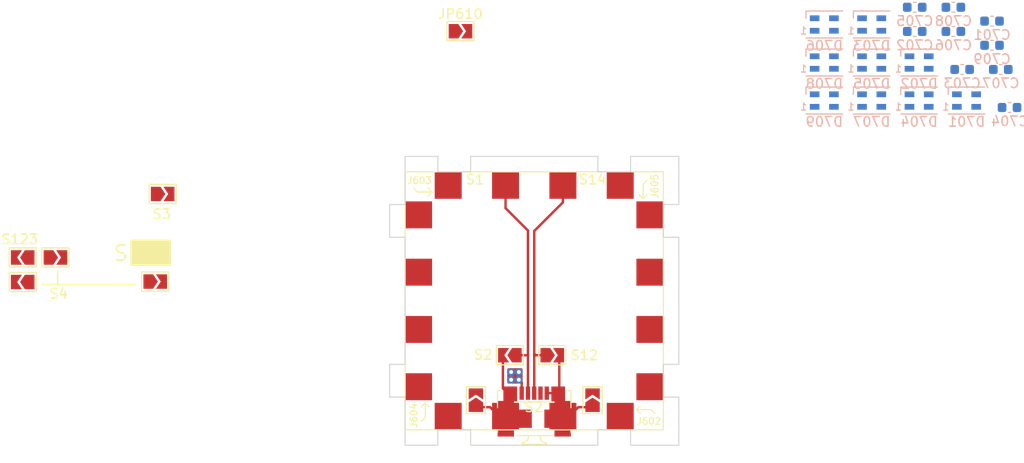
<source format=kicad_pcb>
(kicad_pcb (version 20171130) (host pcbnew 5.1.10)

  (general
    (thickness 1.6)
    (drawings 55)
    (tracks 38)
    (zones 0)
    (modules 34)
    (nets 25)
  )

  (page A4)
  (layers
    (0 F.Cu signal)
    (31 B.Cu signal)
    (32 B.Adhes user hide)
    (33 F.Adhes user hide)
    (34 B.Paste user hide)
    (35 F.Paste user hide)
    (36 B.SilkS user hide)
    (37 F.SilkS user)
    (38 B.Mask user hide)
    (39 F.Mask user hide)
    (40 Dwgs.User user)
    (41 Cmts.User user hide)
    (42 Eco1.User user hide)
    (43 Eco2.User user hide)
    (44 Edge.Cuts user)
    (45 Margin user hide)
    (46 B.CrtYd user hide)
    (47 F.CrtYd user)
    (48 B.Fab user hide)
    (49 F.Fab user)
  )

  (setup
    (last_trace_width 0.25)
    (trace_clearance 0.2)
    (zone_clearance 0)
    (zone_45_only no)
    (trace_min 0.2)
    (via_size 0.8)
    (via_drill 0.4)
    (via_min_size 0.4)
    (via_min_drill 0.3)
    (uvia_size 0.3)
    (uvia_drill 0.1)
    (uvias_allowed no)
    (uvia_min_size 0.2)
    (uvia_min_drill 0.1)
    (edge_width 0.1)
    (segment_width 0.2)
    (pcb_text_width 0.3)
    (pcb_text_size 1.5 1.5)
    (mod_edge_width 0.15)
    (mod_text_size 1 1)
    (mod_text_width 0.15)
    (pad_size 1.524 1.524)
    (pad_drill 0.762)
    (pad_to_mask_clearance 0)
    (aux_axis_origin 0 0)
    (visible_elements FFFFFF7F)
    (pcbplotparams
      (layerselection 0x010fc_ffffffff)
      (usegerberextensions false)
      (usegerberattributes true)
      (usegerberadvancedattributes true)
      (creategerberjobfile true)
      (excludeedgelayer true)
      (linewidth 0.100000)
      (plotframeref false)
      (viasonmask false)
      (mode 1)
      (useauxorigin false)
      (hpglpennumber 1)
      (hpglpenspeed 20)
      (hpglpendiameter 15.000000)
      (psnegative false)
      (psa4output false)
      (plotreference true)
      (plotvalue true)
      (plotinvisibletext false)
      (padsonsilk false)
      (subtractmaskfromsilk false)
      (outputformat 1)
      (mirror false)
      (drillshape 1)
      (scaleselection 1)
      (outputdirectory ""))
  )

  (net 0 "")
  (net 1 GND)
  (net 2 VLED)
  (net 3 /LED_DIN)
  (net 4 /LED_DOUT)
  (net 5 "Net-(J601-Pad6)")
  (net 6 "Net-(J601-Pad4)")
  (net 7 /USB_DP)
  (net 8 /USB_DM)
  (net 9 VBUS)
  (net 10 "Net-(J602-Pad3)")
  (net 11 /MULTI_3B)
  (net 12 "Net-(J602-Pad1)")
  (net 13 "Net-(J604-Pad3)")
  (net 14 "Net-(J604-Pad2)")
  (net 15 "Net-(J605-Pad3)")
  (net 16 "Net-(D701-Pad1)")
  (net 17 "Net-(D702-Pad1)")
  (net 18 "Net-(D702-Pad3)")
  (net 19 "Net-(D703-Pad1)")
  (net 20 "Net-(D703-Pad3)")
  (net 21 "Net-(D704-Pad1)")
  (net 22 "Net-(D705-Pad1)")
  (net 23 "Net-(D706-Pad1)")
  (net 24 "Net-(JP610-Pad2)")

  (net_class Default "This is the default net class."
    (clearance 0.2)
    (trace_width 0.25)
    (via_dia 0.8)
    (via_drill 0.4)
    (uvia_dia 0.3)
    (uvia_drill 0.1)
    (add_net /LED_DIN)
    (add_net /LED_DOUT)
    (add_net /MULTI_3B)
    (add_net /USB_DM)
    (add_net /USB_DP)
    (add_net GND)
    (add_net "Net-(D701-Pad1)")
    (add_net "Net-(D702-Pad1)")
    (add_net "Net-(D702-Pad3)")
    (add_net "Net-(D703-Pad1)")
    (add_net "Net-(D703-Pad3)")
    (add_net "Net-(D704-Pad1)")
    (add_net "Net-(D705-Pad1)")
    (add_net "Net-(D706-Pad1)")
    (add_net "Net-(J601-Pad4)")
    (add_net "Net-(J601-Pad6)")
    (add_net "Net-(J602-Pad1)")
    (add_net "Net-(J602-Pad3)")
    (add_net "Net-(J604-Pad2)")
    (add_net "Net-(J604-Pad3)")
    (add_net "Net-(J605-Pad3)")
    (add_net "Net-(JP610-Pad2)")
    (add_net VBUS)
    (add_net VLED)
  )

  (module Jumper:SolderJumper-2_P1.3mm_Open_TrianglePad1.0x1.5mm (layer F.Cu) (tedit 5A64794F) (tstamp 60FC3E18)
    (at 97.35 35.4)
    (descr "SMD Solder Jumper, 1x1.5mm Triangular Pads, 0.3mm gap, open")
    (tags "solder jumper open")
    (path /60F09A81)
    (attr virtual)
    (fp_text reference JP610 (at 0 -1.8) (layer F.SilkS)
      (effects (font (size 1 1) (thickness 0.15)))
    )
    (fp_text value s1 (at 0 1.9) (layer F.Fab)
      (effects (font (size 1 1) (thickness 0.15)))
    )
    (fp_line (start 1.65 1.25) (end -1.65 1.25) (layer F.CrtYd) (width 0.05))
    (fp_line (start 1.65 1.25) (end 1.65 -1.25) (layer F.CrtYd) (width 0.05))
    (fp_line (start -1.65 -1.25) (end -1.65 1.25) (layer F.CrtYd) (width 0.05))
    (fp_line (start -1.65 -1.25) (end 1.65 -1.25) (layer F.CrtYd) (width 0.05))
    (fp_line (start -1.4 -1) (end 1.4 -1) (layer F.SilkS) (width 0.12))
    (fp_line (start 1.4 -1) (end 1.4 1) (layer F.SilkS) (width 0.12))
    (fp_line (start 1.4 1) (end -1.4 1) (layer F.SilkS) (width 0.12))
    (fp_line (start -1.4 1) (end -1.4 -1) (layer F.SilkS) (width 0.12))
    (pad 1 smd custom (at -0.725 0) (size 0.3 0.3) (layers F.Cu F.Mask)
      (net 7 /USB_DP) (zone_connect 2)
      (options (clearance outline) (anchor rect))
      (primitives
        (gr_poly (pts
           (xy -0.5 -0.75) (xy 0.5 -0.75) (xy 1 0) (xy 0.5 0.75) (xy -0.5 0.75)
) (width 0))
      ))
    (pad 2 smd custom (at 0.725 0) (size 0.3 0.3) (layers F.Cu F.Mask)
      (net 24 "Net-(JP610-Pad2)") (zone_connect 2)
      (options (clearance outline) (anchor rect))
      (primitives
        (gr_poly (pts
           (xy -0.65 -0.75) (xy 0.5 -0.75) (xy 0.5 0.75) (xy -0.65 0.75) (xy -0.15 0)
) (width 0))
      ))
  )

  (module leddie_parts:KSS241G (layer F.Cu) (tedit 60FBF4C1) (tstamp 60FC24DC)
    (at 105 75.65)
    (path /60564FBD)
    (fp_text reference SW601 (at 3.35 -4.95 180) (layer F.SilkS) hide
      (effects (font (size 1 1) (thickness 0.15)))
    )
    (fp_text value SW_Push (at 0 3.75) (layer F.Fab)
      (effects (font (size 1 1) (thickness 0.15)))
    )
    (fp_line (start -4.5 3) (end -4.5 -2.5) (layer F.CrtYd) (width 0.12))
    (fp_line (start 4.5 3) (end -4.5 3) (layer F.CrtYd) (width 0.12))
    (fp_line (start 4.5 -2.5) (end 4.5 3) (layer F.CrtYd) (width 0.12))
    (fp_line (start -4.5 -2.5) (end 4.5 -2.5) (layer F.CrtYd) (width 0.12))
    (fp_line (start 1.9 -1.75) (end -1.9 -1.75) (layer F.SilkS) (width 0.12))
    (fp_line (start 1.9 1.75) (end -1.9 1.75) (layer F.SilkS) (width 0.12))
    (fp_line (start -1.25 2.65) (end 0 2.65) (layer F.SilkS) (width 0.12))
    (fp_line (start 0 2.65) (end 1.25 2.65) (layer F.SilkS) (width 0.12))
    (fp_line (start -2.5 -1.75) (end 2.5 -1.75) (layer F.Fab) (width 0.12))
    (fp_line (start 2.5 -1.75) (end 2.5 1.7) (layer F.Fab) (width 0.12))
    (fp_line (start 2.5 1.75) (end -2.5 1.75) (layer F.Fab) (width 0.12))
    (fp_line (start -2.5 1.75) (end -2.5 -1.75) (layer F.Fab) (width 0.12))
    (fp_line (start 1.25 2.5) (end 1.25 2.65) (layer F.SilkS) (width 0.12))
    (fp_line (start -1.25 2.65) (end -1.25 2.5) (layer F.SilkS) (width 0.12))
    (fp_line (start 0.6 1.85) (end 0.6 1.75) (layer F.SilkS) (width 0.12))
    (fp_line (start -0.6 1.85) (end -0.6 1.75) (layer F.SilkS) (width 0.12))
    (fp_arc (start -1.25 1.85) (end -1.25 2.5) (angle -90) (layer F.SilkS) (width 0.12))
    (fp_arc (start 1.25 1.85) (end 0.6 1.85) (angle -90) (layer F.SilkS) (width 0.12))
    (pad 1 smd rect (at -2.95 0) (size 1.7 3.7) (layers F.Cu F.Paste F.Mask)
      (net 1 GND) (clearance 0.2))
    (pad 2 smd rect (at 2.95 0) (size 1.7 3.7) (layers F.Cu F.Paste F.Mask)
      (net 24 "Net-(JP610-Pad2)") (clearance 0.2))
  )

  (module Jumper:SolderJumper-2_P1.3mm_Open_TrianglePad1.0x1.5mm (layer F.Cu) (tedit 5A64794F) (tstamp 60E6E435)
    (at 51.925 61.45 180)
    (descr "SMD Solder Jumper, 1x1.5mm Triangular Pads, 0.3mm gap, open")
    (tags "solder jumper open")
    (path /6083494B)
    (attr virtual)
    (fp_text reference JP609 (at 0 -1.8) (layer F.SilkS) hide
      (effects (font (size 1 1) (thickness 0.15)))
    )
    (fp_text value s4 (at 0 1.9) (layer F.Fab)
      (effects (font (size 1 1) (thickness 0.15)))
    )
    (fp_line (start -1.4 1) (end -1.4 -1) (layer F.SilkS) (width 0.12))
    (fp_line (start 1.4 1) (end -1.4 1) (layer F.SilkS) (width 0.12))
    (fp_line (start 1.4 -1) (end 1.4 1) (layer F.SilkS) (width 0.12))
    (fp_line (start -1.4 -1) (end 1.4 -1) (layer F.SilkS) (width 0.12))
    (fp_line (start -1.65 -1.25) (end 1.65 -1.25) (layer F.CrtYd) (width 0.05))
    (fp_line (start -1.65 -1.25) (end -1.65 1.25) (layer F.CrtYd) (width 0.05))
    (fp_line (start 1.65 1.25) (end 1.65 -1.25) (layer F.CrtYd) (width 0.05))
    (fp_line (start 1.65 1.25) (end -1.65 1.25) (layer F.CrtYd) (width 0.05))
    (pad 1 smd custom (at -0.725 0 180) (size 0.3 0.3) (layers F.Cu F.Mask)
      (net 11 /MULTI_3B) (zone_connect 2)
      (options (clearance outline) (anchor rect))
      (primitives
        (gr_poly (pts
           (xy -0.5 -0.75) (xy 0.5 -0.75) (xy 1 0) (xy 0.5 0.75) (xy -0.5 0.75)
) (width 0))
      ))
    (pad 2 smd custom (at 0.725 0 180) (size 0.3 0.3) (layers F.Cu F.Mask)
      (net 14 "Net-(J604-Pad2)") (zone_connect 2)
      (options (clearance outline) (anchor rect))
      (primitives
        (gr_poly (pts
           (xy -0.65 -0.75) (xy 0.5 -0.75) (xy 0.5 0.75) (xy -0.65 0.75) (xy -0.15 0)
) (width 0))
      ))
  )

  (module Jumper:SolderJumper-2_P1.3mm_Open_TrianglePad1.0x1.5mm (layer F.Cu) (tedit 5A64794F) (tstamp 60E6E427)
    (at 51.925 58.9 180)
    (descr "SMD Solder Jumper, 1x1.5mm Triangular Pads, 0.3mm gap, open")
    (tags "solder jumper open")
    (path /60803ACC)
    (attr virtual)
    (fp_text reference JP608 (at 0 -1.8) (layer F.SilkS) hide
      (effects (font (size 1 1) (thickness 0.15)))
    )
    (fp_text value s123 (at 0 1.9) (layer F.Fab)
      (effects (font (size 1 1) (thickness 0.15)))
    )
    (fp_line (start -1.4 1) (end -1.4 -1) (layer F.SilkS) (width 0.12))
    (fp_line (start 1.4 1) (end -1.4 1) (layer F.SilkS) (width 0.12))
    (fp_line (start 1.4 -1) (end 1.4 1) (layer F.SilkS) (width 0.12))
    (fp_line (start -1.4 -1) (end 1.4 -1) (layer F.SilkS) (width 0.12))
    (fp_line (start -1.65 -1.25) (end 1.65 -1.25) (layer F.CrtYd) (width 0.05))
    (fp_line (start -1.65 -1.25) (end -1.65 1.25) (layer F.CrtYd) (width 0.05))
    (fp_line (start 1.65 1.25) (end 1.65 -1.25) (layer F.CrtYd) (width 0.05))
    (fp_line (start 1.65 1.25) (end -1.65 1.25) (layer F.CrtYd) (width 0.05))
    (pad 1 smd custom (at -0.725 0 180) (size 0.3 0.3) (layers F.Cu F.Mask)
      (net 3 /LED_DIN) (zone_connect 2)
      (options (clearance outline) (anchor rect))
      (primitives
        (gr_poly (pts
           (xy -0.5 -0.75) (xy 0.5 -0.75) (xy 1 0) (xy 0.5 0.75) (xy -0.5 0.75)
) (width 0))
      ))
    (pad 2 smd custom (at 0.725 0 180) (size 0.3 0.3) (layers F.Cu F.Mask)
      (net 14 "Net-(J604-Pad2)") (zone_connect 2)
      (options (clearance outline) (anchor rect))
      (primitives
        (gr_poly (pts
           (xy -0.65 -0.75) (xy 0.5 -0.75) (xy 0.5 0.75) (xy -0.65 0.75) (xy -0.15 0)
) (width 0))
      ))
  )

  (module Jumper:SolderJumper-2_P1.3mm_Open_TrianglePad1.0x1.5mm (layer F.Cu) (tedit 5A64794F) (tstamp 60E6E419)
    (at 55.325 58.9)
    (descr "SMD Solder Jumper, 1x1.5mm Triangular Pads, 0.3mm gap, open")
    (tags "solder jumper open")
    (path /60801632)
    (attr virtual)
    (fp_text reference JP607 (at 0 -1.8) (layer F.SilkS) hide
      (effects (font (size 1 1) (thickness 0.15)))
    )
    (fp_text value s4 (at 0 1.9) (layer F.Fab)
      (effects (font (size 1 1) (thickness 0.15)))
    )
    (fp_line (start -1.4 1) (end -1.4 -1) (layer F.SilkS) (width 0.12))
    (fp_line (start 1.4 1) (end -1.4 1) (layer F.SilkS) (width 0.12))
    (fp_line (start 1.4 -1) (end 1.4 1) (layer F.SilkS) (width 0.12))
    (fp_line (start -1.4 -1) (end 1.4 -1) (layer F.SilkS) (width 0.12))
    (fp_line (start -1.65 -1.25) (end 1.65 -1.25) (layer F.CrtYd) (width 0.05))
    (fp_line (start -1.65 -1.25) (end -1.65 1.25) (layer F.CrtYd) (width 0.05))
    (fp_line (start 1.65 1.25) (end 1.65 -1.25) (layer F.CrtYd) (width 0.05))
    (fp_line (start 1.65 1.25) (end -1.65 1.25) (layer F.CrtYd) (width 0.05))
    (pad 1 smd custom (at -0.725 0) (size 0.3 0.3) (layers F.Cu F.Mask)
      (net 3 /LED_DIN) (zone_connect 2)
      (options (clearance outline) (anchor rect))
      (primitives
        (gr_poly (pts
           (xy -0.5 -0.75) (xy 0.5 -0.75) (xy 1 0) (xy 0.5 0.75) (xy -0.5 0.75)
) (width 0))
      ))
    (pad 2 smd custom (at 0.725 0) (size 0.3 0.3) (layers F.Cu F.Mask)
      (net 7 /USB_DP) (zone_connect 2)
      (options (clearance outline) (anchor rect))
      (primitives
        (gr_poly (pts
           (xy -0.65 -0.75) (xy 0.5 -0.75) (xy 0.5 0.75) (xy -0.65 0.75) (xy -0.15 0)
) (width 0))
      ))
  )

  (module Jumper:SolderJumper-2_P1.3mm_Open_TrianglePad1.0x1.5mm (layer F.Cu) (tedit 5A64794F) (tstamp 60E76A87)
    (at 102.475 69.05 180)
    (descr "SMD Solder Jumper, 1x1.5mm Triangular Pads, 0.3mm gap, open")
    (tags "solder jumper open")
    (path /608879D6)
    (attr virtual)
    (fp_text reference JP606 (at 0 -1.8) (layer F.SilkS) hide
      (effects (font (size 1 1) (thickness 0.15)))
    )
    (fp_text value s2 (at 0 1.9) (layer F.Fab)
      (effects (font (size 1 1) (thickness 0.15)))
    )
    (fp_line (start -1.4 1) (end -1.4 -1) (layer F.SilkS) (width 0.12))
    (fp_line (start 1.4 1) (end -1.4 1) (layer F.SilkS) (width 0.12))
    (fp_line (start 1.4 -1) (end 1.4 1) (layer F.SilkS) (width 0.12))
    (fp_line (start -1.4 -1) (end 1.4 -1) (layer F.SilkS) (width 0.12))
    (fp_line (start -1.65 -1.25) (end 1.65 -1.25) (layer F.CrtYd) (width 0.05))
    (fp_line (start -1.65 -1.25) (end -1.65 1.25) (layer F.CrtYd) (width 0.05))
    (fp_line (start 1.65 1.25) (end 1.65 -1.25) (layer F.CrtYd) (width 0.05))
    (fp_line (start 1.65 1.25) (end -1.65 1.25) (layer F.CrtYd) (width 0.05))
    (pad 1 smd custom (at -0.725 0 180) (size 0.3 0.3) (layers F.Cu F.Mask)
      (net 8 /USB_DM) (zone_connect 2)
      (options (clearance outline) (anchor rect))
      (primitives
        (gr_poly (pts
           (xy -0.5 -0.75) (xy 0.5 -0.75) (xy 1 0) (xy 0.5 0.75) (xy -0.5 0.75)
) (width 0))
      ))
    (pad 2 smd custom (at 0.725 0 180) (size 0.3 0.3) (layers F.Cu F.Mask)
      (net 10 "Net-(J602-Pad3)") (zone_connect 2)
      (options (clearance outline) (anchor rect))
      (primitives
        (gr_poly (pts
           (xy -0.65 -0.75) (xy 0.5 -0.75) (xy 0.5 0.75) (xy -0.65 0.75) (xy -0.15 0)
) (width 0))
      ))
  )

  (module Jumper:SolderJumper-2_P1.3mm_Open_TrianglePad1.0x1.5mm (layer F.Cu) (tedit 5A64794F) (tstamp 60E6E3FD)
    (at 106.875 69.05)
    (descr "SMD Solder Jumper, 1x1.5mm Triangular Pads, 0.3mm gap, open")
    (tags "solder jumper open")
    (path /607B4271)
    (attr virtual)
    (fp_text reference JP605 (at 0 -1.8) (layer F.SilkS) hide
      (effects (font (size 1 1) (thickness 0.15)))
    )
    (fp_text value s2 (at 0.075 -1.9) (layer F.Fab)
      (effects (font (size 1 1) (thickness 0.15)))
    )
    (fp_line (start -1.4 1) (end -1.4 -1) (layer F.SilkS) (width 0.12))
    (fp_line (start 1.4 1) (end -1.4 1) (layer F.SilkS) (width 0.12))
    (fp_line (start 1.4 -1) (end 1.4 1) (layer F.SilkS) (width 0.12))
    (fp_line (start -1.4 -1) (end 1.4 -1) (layer F.SilkS) (width 0.12))
    (fp_line (start -1.65 -1.25) (end 1.65 -1.25) (layer F.CrtYd) (width 0.05))
    (fp_line (start -1.65 -1.25) (end -1.65 1.25) (layer F.CrtYd) (width 0.05))
    (fp_line (start 1.65 1.25) (end 1.65 -1.25) (layer F.CrtYd) (width 0.05))
    (fp_line (start 1.65 1.25) (end -1.65 1.25) (layer F.CrtYd) (width 0.05))
    (pad 1 smd custom (at -0.725 0) (size 0.3 0.3) (layers F.Cu F.Mask)
      (net 7 /USB_DP) (zone_connect 2)
      (options (clearance outline) (anchor rect))
      (primitives
        (gr_poly (pts
           (xy -0.5 -0.75) (xy 0.5 -0.75) (xy 1 0) (xy 0.5 0.75) (xy -0.5 0.75)
) (width 0))
      ))
    (pad 2 smd custom (at 0.725 0) (size 0.3 0.3) (layers F.Cu F.Mask)
      (net 11 /MULTI_3B) (zone_connect 2)
      (options (clearance outline) (anchor rect))
      (primitives
        (gr_poly (pts
           (xy -0.65 -0.75) (xy 0.5 -0.75) (xy 0.5 0.75) (xy -0.65 0.75) (xy -0.15 0)
) (width 0))
      ))
  )

  (module Jumper:SolderJumper-2_P1.3mm_Open_TrianglePad1.0x1.5mm (layer F.Cu) (tedit 5A64794F) (tstamp 60E6E3EF)
    (at 66.45 52.3)
    (descr "SMD Solder Jumper, 1x1.5mm Triangular Pads, 0.3mm gap, open")
    (tags "solder jumper open")
    (path /60606EBB)
    (attr virtual)
    (fp_text reference JP604 (at 0 -1.8) (layer F.SilkS) hide
      (effects (font (size 1 1) (thickness 0.15)))
    )
    (fp_text value s3 (at -0.05 2.15) (layer F.Fab)
      (effects (font (size 1 1) (thickness 0.15)))
    )
    (fp_line (start -1.4 1) (end -1.4 -1) (layer F.SilkS) (width 0.12))
    (fp_line (start 1.4 1) (end -1.4 1) (layer F.SilkS) (width 0.12))
    (fp_line (start 1.4 -1) (end 1.4 1) (layer F.SilkS) (width 0.12))
    (fp_line (start -1.4 -1) (end 1.4 -1) (layer F.SilkS) (width 0.12))
    (fp_line (start -1.65 -1.25) (end 1.65 -1.25) (layer F.CrtYd) (width 0.05))
    (fp_line (start -1.65 -1.25) (end -1.65 1.25) (layer F.CrtYd) (width 0.05))
    (fp_line (start 1.65 1.25) (end 1.65 -1.25) (layer F.CrtYd) (width 0.05))
    (fp_line (start 1.65 1.25) (end -1.65 1.25) (layer F.CrtYd) (width 0.05))
    (pad 1 smd custom (at -0.725 0) (size 0.3 0.3) (layers F.Cu F.Mask)
      (net 9 VBUS) (zone_connect 2)
      (options (clearance outline) (anchor rect))
      (primitives
        (gr_poly (pts
           (xy -0.5 -0.75) (xy 0.5 -0.75) (xy 1 0) (xy 0.5 0.75) (xy -0.5 0.75)
) (width 0))
      ))
    (pad 2 smd custom (at 0.725 0) (size 0.3 0.3) (layers F.Cu F.Mask)
      (net 12 "Net-(J602-Pad1)") (zone_connect 2)
      (options (clearance outline) (anchor rect))
      (primitives
        (gr_poly (pts
           (xy -0.65 -0.75) (xy 0.5 -0.75) (xy 0.5 0.75) (xy -0.65 0.75) (xy -0.15 0)
) (width 0))
      ))
  )

  (module Jumper:SolderJumper-2_P1.3mm_Open_TrianglePad1.0x1.5mm (layer F.Cu) (tedit 5A64794F) (tstamp 60E6E3E1)
    (at 65.675 61.4)
    (descr "SMD Solder Jumper, 1x1.5mm Triangular Pads, 0.3mm gap, open")
    (tags "solder jumper open")
    (path /605AA1AC)
    (attr virtual)
    (fp_text reference JP603 (at 0 -1.8) (layer F.SilkS) hide
      (effects (font (size 1 1) (thickness 0.15)))
    )
    (fp_text value s4 (at 0 1.9) (layer F.Fab)
      (effects (font (size 1 1) (thickness 0.15)))
    )
    (fp_line (start -1.4 1) (end -1.4 -1) (layer F.SilkS) (width 0.12))
    (fp_line (start 1.4 1) (end -1.4 1) (layer F.SilkS) (width 0.12))
    (fp_line (start 1.4 -1) (end 1.4 1) (layer F.SilkS) (width 0.12))
    (fp_line (start -1.4 -1) (end 1.4 -1) (layer F.SilkS) (width 0.12))
    (fp_line (start -1.65 -1.25) (end 1.65 -1.25) (layer F.CrtYd) (width 0.05))
    (fp_line (start -1.65 -1.25) (end -1.65 1.25) (layer F.CrtYd) (width 0.05))
    (fp_line (start 1.65 1.25) (end 1.65 -1.25) (layer F.CrtYd) (width 0.05))
    (fp_line (start 1.65 1.25) (end -1.65 1.25) (layer F.CrtYd) (width 0.05))
    (pad 1 smd custom (at -0.725 0) (size 0.3 0.3) (layers F.Cu F.Mask)
      (net 2 VLED) (zone_connect 2)
      (options (clearance outline) (anchor rect))
      (primitives
        (gr_poly (pts
           (xy -0.5 -0.75) (xy 0.5 -0.75) (xy 1 0) (xy 0.5 0.75) (xy -0.5 0.75)
) (width 0))
      ))
    (pad 2 smd custom (at 0.725 0) (size 0.3 0.3) (layers F.Cu F.Mask)
      (net 12 "Net-(J602-Pad1)") (zone_connect 2)
      (options (clearance outline) (anchor rect))
      (primitives
        (gr_poly (pts
           (xy -0.65 -0.75) (xy 0.5 -0.75) (xy 0.5 0.75) (xy -0.65 0.75) (xy -0.15 0)
) (width 0))
      ))
  )

  (module Jumper:SolderJumper-2_P1.3mm_Open_TrianglePad1.0x1.5mm (layer F.Cu) (tedit 5A64794F) (tstamp 60FC2484)
    (at 111.05 73.725 90)
    (descr "SMD Solder Jumper, 1x1.5mm Triangular Pads, 0.3mm gap, open")
    (tags "solder jumper open")
    (path /60A0C5F6)
    (attr virtual)
    (fp_text reference JP602 (at 0 -1.8 90) (layer F.SilkS) hide
      (effects (font (size 1 1) (thickness 0.15)))
    )
    (fp_text value s4 (at -2.275 0.05 180) (layer F.Fab)
      (effects (font (size 1 1) (thickness 0.15)))
    )
    (fp_line (start -1.4 1) (end -1.4 -1) (layer F.SilkS) (width 0.12))
    (fp_line (start 1.4 1) (end -1.4 1) (layer F.SilkS) (width 0.12))
    (fp_line (start 1.4 -1) (end 1.4 1) (layer F.SilkS) (width 0.12))
    (fp_line (start -1.4 -1) (end 1.4 -1) (layer F.SilkS) (width 0.12))
    (fp_line (start -1.65 -1.25) (end 1.65 -1.25) (layer F.CrtYd) (width 0.05))
    (fp_line (start -1.65 -1.25) (end -1.65 1.25) (layer F.CrtYd) (width 0.05))
    (fp_line (start 1.65 1.25) (end 1.65 -1.25) (layer F.CrtYd) (width 0.05))
    (fp_line (start 1.65 1.25) (end -1.65 1.25) (layer F.CrtYd) (width 0.05))
    (pad 1 smd custom (at -0.725 0 90) (size 0.3 0.3) (layers F.Cu F.Mask)
      (net 5 "Net-(J601-Pad6)") (zone_connect 2)
      (options (clearance outline) (anchor rect))
      (primitives
        (gr_poly (pts
           (xy -0.5 -0.75) (xy 0.5 -0.75) (xy 1 0) (xy 0.5 0.75) (xy -0.5 0.75)
) (width 0))
      ))
    (pad 2 smd custom (at 0.725 0 90) (size 0.3 0.3) (layers F.Cu F.Mask)
      (net 1 GND) (zone_connect 2)
      (options (clearance outline) (anchor rect))
      (primitives
        (gr_poly (pts
           (xy -0.65 -0.75) (xy 0.5 -0.75) (xy 0.5 0.75) (xy -0.65 0.75) (xy -0.15 0)
) (width 0))
      ))
  )

  (module Jumper:SolderJumper-2_P1.3mm_Open_TrianglePad1.0x1.5mm (layer F.Cu) (tedit 5A64794F) (tstamp 60FC24AB)
    (at 98.95 73.725 90)
    (descr "SMD Solder Jumper, 1x1.5mm Triangular Pads, 0.3mm gap, open")
    (tags "solder jumper open")
    (path /60559F6A)
    (attr virtual)
    (fp_text reference JP601 (at 0 -1.8 90) (layer F.SilkS) hide
      (effects (font (size 1 1) (thickness 0.15)))
    )
    (fp_text value s14 (at -2.275 0.4 180) (layer F.Fab)
      (effects (font (size 1 1) (thickness 0.15)))
    )
    (fp_line (start -1.4 1) (end -1.4 -1) (layer F.SilkS) (width 0.12))
    (fp_line (start 1.4 1) (end -1.4 1) (layer F.SilkS) (width 0.12))
    (fp_line (start 1.4 -1) (end 1.4 1) (layer F.SilkS) (width 0.12))
    (fp_line (start -1.4 -1) (end 1.4 -1) (layer F.SilkS) (width 0.12))
    (fp_line (start -1.65 -1.25) (end 1.65 -1.25) (layer F.CrtYd) (width 0.05))
    (fp_line (start -1.65 -1.25) (end -1.65 1.25) (layer F.CrtYd) (width 0.05))
    (fp_line (start 1.65 1.25) (end 1.65 -1.25) (layer F.CrtYd) (width 0.05))
    (fp_line (start 1.65 1.25) (end -1.65 1.25) (layer F.CrtYd) (width 0.05))
    (pad 1 smd custom (at -0.725 0 90) (size 0.3 0.3) (layers F.Cu F.Mask)
      (net 5 "Net-(J601-Pad6)") (zone_connect 2)
      (options (clearance outline) (anchor rect))
      (primitives
        (gr_poly (pts
           (xy -0.5 -0.75) (xy 0.5 -0.75) (xy 1 0) (xy 0.5 0.75) (xy -0.5 0.75)
) (width 0))
      ))
    (pad 2 smd custom (at 0.725 0 90) (size 0.3 0.3) (layers F.Cu F.Mask)
      (net 1 GND) (zone_connect 2)
      (options (clearance outline) (anchor rect))
      (primitives
        (gr_poly (pts
           (xy -0.65 -0.75) (xy 0.5 -0.75) (xy 0.5 0.75) (xy -0.65 0.75) (xy -0.15 0)
) (width 0))
      ))
  )

  (module LED_SMD:LED_SK6805_PLCC4_2.4x2.7mm_P1.3mm (layer B.Cu) (tedit 5AA4B1EE) (tstamp 60E6F7A2)
    (at 135.095 42.6)
    (descr https://cdn-shop.adafruit.com/product-files/3484/3484_Datasheet.pdf)
    (tags "LED RGB NeoPixel Nano")
    (path /6052A1F5/605D0E99)
    (attr smd)
    (fp_text reference D709 (at 0 2.2) (layer B.SilkS)
      (effects (font (size 1 1) (thickness 0.15)) (justify mirror))
    )
    (fp_text value SK6805 (at 0 -2.7) (layer B.Fab)
      (effects (font (size 1 1) (thickness 0.15)) (justify mirror))
    )
    (fp_line (start 1.75 1.45) (end -1.75 1.45) (layer B.CrtYd) (width 0.05))
    (fp_line (start 1.75 -1.45) (end 1.75 1.45) (layer B.CrtYd) (width 0.05))
    (fp_line (start -1.75 -1.45) (end 1.75 -1.45) (layer B.CrtYd) (width 0.05))
    (fp_line (start -1.75 1.45) (end -1.75 -1.45) (layer B.CrtYd) (width 0.05))
    (fp_line (start -1.35 -0.6) (end -0.75 -1.2) (layer B.Fab) (width 0.1))
    (fp_line (start -1.35 1.2) (end -1.35 -1.2) (layer B.Fab) (width 0.1))
    (fp_line (start -1.35 -1.2) (end 1.35 -1.2) (layer B.Fab) (width 0.1))
    (fp_line (start 1.35 -1.2) (end 1.35 1.2) (layer B.Fab) (width 0.1))
    (fp_line (start 1.35 1.2) (end -1.35 1.2) (layer B.Fab) (width 0.1))
    (fp_line (start -1.9 1.4) (end 1.9 1.4) (layer B.SilkS) (width 0.12))
    (fp_line (start -1.9 -1.4) (end 1.9 -1.4) (layer B.SilkS) (width 0.12))
    (fp_line (start -1.9 -1.4) (end -1.9 -0.65) (layer B.SilkS) (width 0.12))
    (fp_circle (center 0 0) (end 0 1) (layer B.Fab) (width 0.1))
    (fp_text user %R (at 0 0) (layer B.Fab)
      (effects (font (size 0.4 0.4) (thickness 0.08)) (justify mirror))
    )
    (fp_text user 1 (at -2.15 0.65) (layer B.SilkS)
      (effects (font (size 0.75 0.75) (thickness 0.12)) (justify mirror))
    )
    (pad 1 smd rect (at -1 0.65) (size 1 0.6) (layers B.Cu B.Paste B.Mask)
      (net 4 /LED_DOUT))
    (pad 2 smd rect (at -1 -0.65) (size 1 0.6) (layers B.Cu B.Paste B.Mask)
      (net 1 GND))
    (pad 4 smd rect (at 1 0.65) (size 1 0.6) (layers B.Cu B.Paste B.Mask)
      (net 2 VLED))
    (pad 3 smd rect (at 1 -0.65) (size 1 0.6) (layers B.Cu B.Paste B.Mask)
      (net 23 "Net-(D706-Pad1)"))
    (model ${KISYS3DMOD}/LED_SMD.3dshapes/LED_SK6805_PLCC4_2.4x2.7mm_P1.3mm.wrl
      (at (xyz 0 0 0))
      (scale (xyz 1 1 1))
      (rotate (xyz 0 0 0))
    )
  )

  (module LED_SMD:LED_SK6805_PLCC4_2.4x2.7mm_P1.3mm (layer B.Cu) (tedit 5AA4B1EE) (tstamp 60E6F78B)
    (at 135.095 38.65)
    (descr https://cdn-shop.adafruit.com/product-files/3484/3484_Datasheet.pdf)
    (tags "LED RGB NeoPixel Nano")
    (path /6052A1F5/605BB090)
    (attr smd)
    (fp_text reference D708 (at 0 2.2) (layer B.SilkS)
      (effects (font (size 1 1) (thickness 0.15)) (justify mirror))
    )
    (fp_text value SK6805 (at 0 -2.7) (layer B.Fab)
      (effects (font (size 1 1) (thickness 0.15)) (justify mirror))
    )
    (fp_line (start 1.75 1.45) (end -1.75 1.45) (layer B.CrtYd) (width 0.05))
    (fp_line (start 1.75 -1.45) (end 1.75 1.45) (layer B.CrtYd) (width 0.05))
    (fp_line (start -1.75 -1.45) (end 1.75 -1.45) (layer B.CrtYd) (width 0.05))
    (fp_line (start -1.75 1.45) (end -1.75 -1.45) (layer B.CrtYd) (width 0.05))
    (fp_line (start -1.35 -0.6) (end -0.75 -1.2) (layer B.Fab) (width 0.1))
    (fp_line (start -1.35 1.2) (end -1.35 -1.2) (layer B.Fab) (width 0.1))
    (fp_line (start -1.35 -1.2) (end 1.35 -1.2) (layer B.Fab) (width 0.1))
    (fp_line (start 1.35 -1.2) (end 1.35 1.2) (layer B.Fab) (width 0.1))
    (fp_line (start 1.35 1.2) (end -1.35 1.2) (layer B.Fab) (width 0.1))
    (fp_line (start -1.9 1.4) (end 1.9 1.4) (layer B.SilkS) (width 0.12))
    (fp_line (start -1.9 -1.4) (end 1.9 -1.4) (layer B.SilkS) (width 0.12))
    (fp_line (start -1.9 -1.4) (end -1.9 -0.65) (layer B.SilkS) (width 0.12))
    (fp_circle (center 0 0) (end 0 1) (layer B.Fab) (width 0.1))
    (fp_text user %R (at 0 0) (layer B.Fab)
      (effects (font (size 0.4 0.4) (thickness 0.08)) (justify mirror))
    )
    (fp_text user 1 (at -2.15 0.65) (layer B.SilkS)
      (effects (font (size 0.75 0.75) (thickness 0.12)) (justify mirror))
    )
    (pad 1 smd rect (at -1 0.65) (size 1 0.6) (layers B.Cu B.Paste B.Mask)
      (net 20 "Net-(D703-Pad3)"))
    (pad 2 smd rect (at -1 -0.65) (size 1 0.6) (layers B.Cu B.Paste B.Mask)
      (net 1 GND))
    (pad 4 smd rect (at 1 0.65) (size 1 0.6) (layers B.Cu B.Paste B.Mask)
      (net 2 VLED))
    (pad 3 smd rect (at 1 -0.65) (size 1 0.6) (layers B.Cu B.Paste B.Mask)
      (net 22 "Net-(D705-Pad1)"))
    (model ${KISYS3DMOD}/LED_SMD.3dshapes/LED_SK6805_PLCC4_2.4x2.7mm_P1.3mm.wrl
      (at (xyz 0 0 0))
      (scale (xyz 1 1 1))
      (rotate (xyz 0 0 0))
    )
  )

  (module LED_SMD:LED_SK6805_PLCC4_2.4x2.7mm_P1.3mm (layer B.Cu) (tedit 5AA4B1EE) (tstamp 60E6F774)
    (at 140.015 42.6)
    (descr https://cdn-shop.adafruit.com/product-files/3484/3484_Datasheet.pdf)
    (tags "LED RGB NeoPixel Nano")
    (path /6052A1F5/6059DA5A)
    (attr smd)
    (fp_text reference D707 (at 0 2.2) (layer B.SilkS)
      (effects (font (size 1 1) (thickness 0.15)) (justify mirror))
    )
    (fp_text value SK6805 (at 0 -2.7) (layer B.Fab)
      (effects (font (size 1 1) (thickness 0.15)) (justify mirror))
    )
    (fp_line (start 1.75 1.45) (end -1.75 1.45) (layer B.CrtYd) (width 0.05))
    (fp_line (start 1.75 -1.45) (end 1.75 1.45) (layer B.CrtYd) (width 0.05))
    (fp_line (start -1.75 -1.45) (end 1.75 -1.45) (layer B.CrtYd) (width 0.05))
    (fp_line (start -1.75 1.45) (end -1.75 -1.45) (layer B.CrtYd) (width 0.05))
    (fp_line (start -1.35 -0.6) (end -0.75 -1.2) (layer B.Fab) (width 0.1))
    (fp_line (start -1.35 1.2) (end -1.35 -1.2) (layer B.Fab) (width 0.1))
    (fp_line (start -1.35 -1.2) (end 1.35 -1.2) (layer B.Fab) (width 0.1))
    (fp_line (start 1.35 -1.2) (end 1.35 1.2) (layer B.Fab) (width 0.1))
    (fp_line (start 1.35 1.2) (end -1.35 1.2) (layer B.Fab) (width 0.1))
    (fp_line (start -1.9 1.4) (end 1.9 1.4) (layer B.SilkS) (width 0.12))
    (fp_line (start -1.9 -1.4) (end 1.9 -1.4) (layer B.SilkS) (width 0.12))
    (fp_line (start -1.9 -1.4) (end -1.9 -0.65) (layer B.SilkS) (width 0.12))
    (fp_circle (center 0 0) (end 0 1) (layer B.Fab) (width 0.1))
    (fp_text user %R (at 0 0) (layer B.Fab)
      (effects (font (size 0.4 0.4) (thickness 0.08)) (justify mirror))
    )
    (fp_text user 1 (at -2.15 0.65) (layer B.SilkS)
      (effects (font (size 0.75 0.75) (thickness 0.12)) (justify mirror))
    )
    (pad 1 smd rect (at -1 0.65) (size 1 0.6) (layers B.Cu B.Paste B.Mask)
      (net 18 "Net-(D702-Pad3)"))
    (pad 2 smd rect (at -1 -0.65) (size 1 0.6) (layers B.Cu B.Paste B.Mask)
      (net 1 GND))
    (pad 4 smd rect (at 1 0.65) (size 1 0.6) (layers B.Cu B.Paste B.Mask)
      (net 2 VLED))
    (pad 3 smd rect (at 1 -0.65) (size 1 0.6) (layers B.Cu B.Paste B.Mask)
      (net 21 "Net-(D704-Pad1)"))
    (model ${KISYS3DMOD}/LED_SMD.3dshapes/LED_SK6805_PLCC4_2.4x2.7mm_P1.3mm.wrl
      (at (xyz 0 0 0))
      (scale (xyz 1 1 1))
      (rotate (xyz 0 0 0))
    )
  )

  (module LED_SMD:LED_SK6805_PLCC4_2.4x2.7mm_P1.3mm (layer B.Cu) (tedit 5AA4B1EE) (tstamp 60E6F75D)
    (at 135.095 34.7)
    (descr https://cdn-shop.adafruit.com/product-files/3484/3484_Datasheet.pdf)
    (tags "LED RGB NeoPixel Nano")
    (path /6052A1F5/605D0E75)
    (attr smd)
    (fp_text reference D706 (at 0 2.2) (layer B.SilkS)
      (effects (font (size 1 1) (thickness 0.15)) (justify mirror))
    )
    (fp_text value SK6805 (at 0 -2.7) (layer B.Fab)
      (effects (font (size 1 1) (thickness 0.15)) (justify mirror))
    )
    (fp_line (start 1.75 1.45) (end -1.75 1.45) (layer B.CrtYd) (width 0.05))
    (fp_line (start 1.75 -1.45) (end 1.75 1.45) (layer B.CrtYd) (width 0.05))
    (fp_line (start -1.75 -1.45) (end 1.75 -1.45) (layer B.CrtYd) (width 0.05))
    (fp_line (start -1.75 1.45) (end -1.75 -1.45) (layer B.CrtYd) (width 0.05))
    (fp_line (start -1.35 -0.6) (end -0.75 -1.2) (layer B.Fab) (width 0.1))
    (fp_line (start -1.35 1.2) (end -1.35 -1.2) (layer B.Fab) (width 0.1))
    (fp_line (start -1.35 -1.2) (end 1.35 -1.2) (layer B.Fab) (width 0.1))
    (fp_line (start 1.35 -1.2) (end 1.35 1.2) (layer B.Fab) (width 0.1))
    (fp_line (start 1.35 1.2) (end -1.35 1.2) (layer B.Fab) (width 0.1))
    (fp_line (start -1.9 1.4) (end 1.9 1.4) (layer B.SilkS) (width 0.12))
    (fp_line (start -1.9 -1.4) (end 1.9 -1.4) (layer B.SilkS) (width 0.12))
    (fp_line (start -1.9 -1.4) (end -1.9 -0.65) (layer B.SilkS) (width 0.12))
    (fp_circle (center 0 0) (end 0 1) (layer B.Fab) (width 0.1))
    (fp_text user %R (at 0 0) (layer B.Fab)
      (effects (font (size 0.4 0.4) (thickness 0.08)) (justify mirror))
    )
    (fp_text user 1 (at -2.15 0.65) (layer B.SilkS)
      (effects (font (size 0.75 0.75) (thickness 0.12)) (justify mirror))
    )
    (pad 1 smd rect (at -1 0.65) (size 1 0.6) (layers B.Cu B.Paste B.Mask)
      (net 23 "Net-(D706-Pad1)"))
    (pad 2 smd rect (at -1 -0.65) (size 1 0.6) (layers B.Cu B.Paste B.Mask)
      (net 1 GND))
    (pad 4 smd rect (at 1 0.65) (size 1 0.6) (layers B.Cu B.Paste B.Mask)
      (net 2 VLED))
    (pad 3 smd rect (at 1 -0.65) (size 1 0.6) (layers B.Cu B.Paste B.Mask)
      (net 19 "Net-(D703-Pad1)"))
    (model ${KISYS3DMOD}/LED_SMD.3dshapes/LED_SK6805_PLCC4_2.4x2.7mm_P1.3mm.wrl
      (at (xyz 0 0 0))
      (scale (xyz 1 1 1))
      (rotate (xyz 0 0 0))
    )
  )

  (module LED_SMD:LED_SK6805_PLCC4_2.4x2.7mm_P1.3mm (layer B.Cu) (tedit 5AA4B1EE) (tstamp 60E6F746)
    (at 140.015 38.65)
    (descr https://cdn-shop.adafruit.com/product-files/3484/3484_Datasheet.pdf)
    (tags "LED RGB NeoPixel Nano")
    (path /6052A1F5/605BB06C)
    (attr smd)
    (fp_text reference D705 (at 0 2.2) (layer B.SilkS)
      (effects (font (size 1 1) (thickness 0.15)) (justify mirror))
    )
    (fp_text value SK6805 (at 0 -2.7) (layer B.Fab)
      (effects (font (size 1 1) (thickness 0.15)) (justify mirror))
    )
    (fp_line (start 1.75 1.45) (end -1.75 1.45) (layer B.CrtYd) (width 0.05))
    (fp_line (start 1.75 -1.45) (end 1.75 1.45) (layer B.CrtYd) (width 0.05))
    (fp_line (start -1.75 -1.45) (end 1.75 -1.45) (layer B.CrtYd) (width 0.05))
    (fp_line (start -1.75 1.45) (end -1.75 -1.45) (layer B.CrtYd) (width 0.05))
    (fp_line (start -1.35 -0.6) (end -0.75 -1.2) (layer B.Fab) (width 0.1))
    (fp_line (start -1.35 1.2) (end -1.35 -1.2) (layer B.Fab) (width 0.1))
    (fp_line (start -1.35 -1.2) (end 1.35 -1.2) (layer B.Fab) (width 0.1))
    (fp_line (start 1.35 -1.2) (end 1.35 1.2) (layer B.Fab) (width 0.1))
    (fp_line (start 1.35 1.2) (end -1.35 1.2) (layer B.Fab) (width 0.1))
    (fp_line (start -1.9 1.4) (end 1.9 1.4) (layer B.SilkS) (width 0.12))
    (fp_line (start -1.9 -1.4) (end 1.9 -1.4) (layer B.SilkS) (width 0.12))
    (fp_line (start -1.9 -1.4) (end -1.9 -0.65) (layer B.SilkS) (width 0.12))
    (fp_circle (center 0 0) (end 0 1) (layer B.Fab) (width 0.1))
    (fp_text user %R (at 0 0) (layer B.Fab)
      (effects (font (size 0.4 0.4) (thickness 0.08)) (justify mirror))
    )
    (fp_text user 1 (at -2.15 0.65) (layer B.SilkS)
      (effects (font (size 0.75 0.75) (thickness 0.12)) (justify mirror))
    )
    (pad 1 smd rect (at -1 0.65) (size 1 0.6) (layers B.Cu B.Paste B.Mask)
      (net 22 "Net-(D705-Pad1)"))
    (pad 2 smd rect (at -1 -0.65) (size 1 0.6) (layers B.Cu B.Paste B.Mask)
      (net 1 GND))
    (pad 4 smd rect (at 1 0.65) (size 1 0.6) (layers B.Cu B.Paste B.Mask)
      (net 2 VLED))
    (pad 3 smd rect (at 1 -0.65) (size 1 0.6) (layers B.Cu B.Paste B.Mask)
      (net 17 "Net-(D702-Pad1)"))
    (model ${KISYS3DMOD}/LED_SMD.3dshapes/LED_SK6805_PLCC4_2.4x2.7mm_P1.3mm.wrl
      (at (xyz 0 0 0))
      (scale (xyz 1 1 1))
      (rotate (xyz 0 0 0))
    )
  )

  (module LED_SMD:LED_SK6805_PLCC4_2.4x2.7mm_P1.3mm (layer B.Cu) (tedit 5AA4B1EE) (tstamp 60E6F72F)
    (at 144.935 42.6)
    (descr https://cdn-shop.adafruit.com/product-files/3484/3484_Datasheet.pdf)
    (tags "LED RGB NeoPixel Nano")
    (path /6052A1F5/6059476D)
    (attr smd)
    (fp_text reference D704 (at 0 2.2) (layer B.SilkS)
      (effects (font (size 1 1) (thickness 0.15)) (justify mirror))
    )
    (fp_text value SK6805 (at 0 -2.7) (layer B.Fab)
      (effects (font (size 1 1) (thickness 0.15)) (justify mirror))
    )
    (fp_line (start 1.75 1.45) (end -1.75 1.45) (layer B.CrtYd) (width 0.05))
    (fp_line (start 1.75 -1.45) (end 1.75 1.45) (layer B.CrtYd) (width 0.05))
    (fp_line (start -1.75 -1.45) (end 1.75 -1.45) (layer B.CrtYd) (width 0.05))
    (fp_line (start -1.75 1.45) (end -1.75 -1.45) (layer B.CrtYd) (width 0.05))
    (fp_line (start -1.35 -0.6) (end -0.75 -1.2) (layer B.Fab) (width 0.1))
    (fp_line (start -1.35 1.2) (end -1.35 -1.2) (layer B.Fab) (width 0.1))
    (fp_line (start -1.35 -1.2) (end 1.35 -1.2) (layer B.Fab) (width 0.1))
    (fp_line (start 1.35 -1.2) (end 1.35 1.2) (layer B.Fab) (width 0.1))
    (fp_line (start 1.35 1.2) (end -1.35 1.2) (layer B.Fab) (width 0.1))
    (fp_line (start -1.9 1.4) (end 1.9 1.4) (layer B.SilkS) (width 0.12))
    (fp_line (start -1.9 -1.4) (end 1.9 -1.4) (layer B.SilkS) (width 0.12))
    (fp_line (start -1.9 -1.4) (end -1.9 -0.65) (layer B.SilkS) (width 0.12))
    (fp_circle (center 0 0) (end 0 1) (layer B.Fab) (width 0.1))
    (fp_text user %R (at 0 0) (layer B.Fab)
      (effects (font (size 0.4 0.4) (thickness 0.08)) (justify mirror))
    )
    (fp_text user 1 (at -2.15 0.65) (layer B.SilkS)
      (effects (font (size 0.75 0.75) (thickness 0.12)) (justify mirror))
    )
    (pad 1 smd rect (at -1 0.65) (size 1 0.6) (layers B.Cu B.Paste B.Mask)
      (net 21 "Net-(D704-Pad1)"))
    (pad 2 smd rect (at -1 -0.65) (size 1 0.6) (layers B.Cu B.Paste B.Mask)
      (net 1 GND))
    (pad 4 smd rect (at 1 0.65) (size 1 0.6) (layers B.Cu B.Paste B.Mask)
      (net 2 VLED))
    (pad 3 smd rect (at 1 -0.65) (size 1 0.6) (layers B.Cu B.Paste B.Mask)
      (net 16 "Net-(D701-Pad1)"))
    (model ${KISYS3DMOD}/LED_SMD.3dshapes/LED_SK6805_PLCC4_2.4x2.7mm_P1.3mm.wrl
      (at (xyz 0 0 0))
      (scale (xyz 1 1 1))
      (rotate (xyz 0 0 0))
    )
  )

  (module LED_SMD:LED_SK6805_PLCC4_2.4x2.7mm_P1.3mm (layer B.Cu) (tedit 5AA4B1EE) (tstamp 60E6F718)
    (at 140.015 34.7)
    (descr https://cdn-shop.adafruit.com/product-files/3484/3484_Datasheet.pdf)
    (tags "LED RGB NeoPixel Nano")
    (path /6052A1F5/605D0D05)
    (attr smd)
    (fp_text reference D703 (at 0 2.2) (layer B.SilkS)
      (effects (font (size 1 1) (thickness 0.15)) (justify mirror))
    )
    (fp_text value SK6805 (at 0 -2.7) (layer B.Fab)
      (effects (font (size 1 1) (thickness 0.15)) (justify mirror))
    )
    (fp_line (start 1.75 1.45) (end -1.75 1.45) (layer B.CrtYd) (width 0.05))
    (fp_line (start 1.75 -1.45) (end 1.75 1.45) (layer B.CrtYd) (width 0.05))
    (fp_line (start -1.75 -1.45) (end 1.75 -1.45) (layer B.CrtYd) (width 0.05))
    (fp_line (start -1.75 1.45) (end -1.75 -1.45) (layer B.CrtYd) (width 0.05))
    (fp_line (start -1.35 -0.6) (end -0.75 -1.2) (layer B.Fab) (width 0.1))
    (fp_line (start -1.35 1.2) (end -1.35 -1.2) (layer B.Fab) (width 0.1))
    (fp_line (start -1.35 -1.2) (end 1.35 -1.2) (layer B.Fab) (width 0.1))
    (fp_line (start 1.35 -1.2) (end 1.35 1.2) (layer B.Fab) (width 0.1))
    (fp_line (start 1.35 1.2) (end -1.35 1.2) (layer B.Fab) (width 0.1))
    (fp_line (start -1.9 1.4) (end 1.9 1.4) (layer B.SilkS) (width 0.12))
    (fp_line (start -1.9 -1.4) (end 1.9 -1.4) (layer B.SilkS) (width 0.12))
    (fp_line (start -1.9 -1.4) (end -1.9 -0.65) (layer B.SilkS) (width 0.12))
    (fp_circle (center 0 0) (end 0 1) (layer B.Fab) (width 0.1))
    (fp_text user %R (at 0 0) (layer B.Fab)
      (effects (font (size 0.4 0.4) (thickness 0.08)) (justify mirror))
    )
    (fp_text user 1 (at -2.15 0.65) (layer B.SilkS)
      (effects (font (size 0.75 0.75) (thickness 0.12)) (justify mirror))
    )
    (pad 1 smd rect (at -1 0.65) (size 1 0.6) (layers B.Cu B.Paste B.Mask)
      (net 19 "Net-(D703-Pad1)"))
    (pad 2 smd rect (at -1 -0.65) (size 1 0.6) (layers B.Cu B.Paste B.Mask)
      (net 1 GND))
    (pad 4 smd rect (at 1 0.65) (size 1 0.6) (layers B.Cu B.Paste B.Mask)
      (net 2 VLED))
    (pad 3 smd rect (at 1 -0.65) (size 1 0.6) (layers B.Cu B.Paste B.Mask)
      (net 20 "Net-(D703-Pad3)"))
    (model ${KISYS3DMOD}/LED_SMD.3dshapes/LED_SK6805_PLCC4_2.4x2.7mm_P1.3mm.wrl
      (at (xyz 0 0 0))
      (scale (xyz 1 1 1))
      (rotate (xyz 0 0 0))
    )
  )

  (module LED_SMD:LED_SK6805_PLCC4_2.4x2.7mm_P1.3mm (layer B.Cu) (tedit 5AA4B1EE) (tstamp 60E6F701)
    (at 144.935 38.65)
    (descr https://cdn-shop.adafruit.com/product-files/3484/3484_Datasheet.pdf)
    (tags "LED RGB NeoPixel Nano")
    (path /6052A1F5/605BAFB0)
    (attr smd)
    (fp_text reference D702 (at 0 2.2) (layer B.SilkS)
      (effects (font (size 1 1) (thickness 0.15)) (justify mirror))
    )
    (fp_text value SK6805 (at 0 -2.7) (layer B.Fab)
      (effects (font (size 1 1) (thickness 0.15)) (justify mirror))
    )
    (fp_line (start 1.75 1.45) (end -1.75 1.45) (layer B.CrtYd) (width 0.05))
    (fp_line (start 1.75 -1.45) (end 1.75 1.45) (layer B.CrtYd) (width 0.05))
    (fp_line (start -1.75 -1.45) (end 1.75 -1.45) (layer B.CrtYd) (width 0.05))
    (fp_line (start -1.75 1.45) (end -1.75 -1.45) (layer B.CrtYd) (width 0.05))
    (fp_line (start -1.35 -0.6) (end -0.75 -1.2) (layer B.Fab) (width 0.1))
    (fp_line (start -1.35 1.2) (end -1.35 -1.2) (layer B.Fab) (width 0.1))
    (fp_line (start -1.35 -1.2) (end 1.35 -1.2) (layer B.Fab) (width 0.1))
    (fp_line (start 1.35 -1.2) (end 1.35 1.2) (layer B.Fab) (width 0.1))
    (fp_line (start 1.35 1.2) (end -1.35 1.2) (layer B.Fab) (width 0.1))
    (fp_line (start -1.9 1.4) (end 1.9 1.4) (layer B.SilkS) (width 0.12))
    (fp_line (start -1.9 -1.4) (end 1.9 -1.4) (layer B.SilkS) (width 0.12))
    (fp_line (start -1.9 -1.4) (end -1.9 -0.65) (layer B.SilkS) (width 0.12))
    (fp_circle (center 0 0) (end 0 1) (layer B.Fab) (width 0.1))
    (fp_text user %R (at 0 0) (layer B.Fab)
      (effects (font (size 0.4 0.4) (thickness 0.08)) (justify mirror))
    )
    (fp_text user 1 (at -2.15 0.65) (layer B.SilkS)
      (effects (font (size 0.75 0.75) (thickness 0.12)) (justify mirror))
    )
    (pad 1 smd rect (at -1 0.65) (size 1 0.6) (layers B.Cu B.Paste B.Mask)
      (net 17 "Net-(D702-Pad1)"))
    (pad 2 smd rect (at -1 -0.65) (size 1 0.6) (layers B.Cu B.Paste B.Mask)
      (net 1 GND))
    (pad 4 smd rect (at 1 0.65) (size 1 0.6) (layers B.Cu B.Paste B.Mask)
      (net 2 VLED))
    (pad 3 smd rect (at 1 -0.65) (size 1 0.6) (layers B.Cu B.Paste B.Mask)
      (net 18 "Net-(D702-Pad3)"))
    (model ${KISYS3DMOD}/LED_SMD.3dshapes/LED_SK6805_PLCC4_2.4x2.7mm_P1.3mm.wrl
      (at (xyz 0 0 0))
      (scale (xyz 1 1 1))
      (rotate (xyz 0 0 0))
    )
  )

  (module LED_SMD:LED_SK6805_PLCC4_2.4x2.7mm_P1.3mm (layer B.Cu) (tedit 5AA4B1EE) (tstamp 60E6F6EA)
    (at 149.855 42.6)
    (descr https://cdn-shop.adafruit.com/product-files/3484/3484_Datasheet.pdf)
    (tags "LED RGB NeoPixel Nano")
    (path /6052A1F5/6058F359)
    (attr smd)
    (fp_text reference D701 (at 0 2.2) (layer B.SilkS)
      (effects (font (size 1 1) (thickness 0.15)) (justify mirror))
    )
    (fp_text value SK6805 (at 0 -2.7) (layer B.Fab)
      (effects (font (size 1 1) (thickness 0.15)) (justify mirror))
    )
    (fp_line (start 1.75 1.45) (end -1.75 1.45) (layer B.CrtYd) (width 0.05))
    (fp_line (start 1.75 -1.45) (end 1.75 1.45) (layer B.CrtYd) (width 0.05))
    (fp_line (start -1.75 -1.45) (end 1.75 -1.45) (layer B.CrtYd) (width 0.05))
    (fp_line (start -1.75 1.45) (end -1.75 -1.45) (layer B.CrtYd) (width 0.05))
    (fp_line (start -1.35 -0.6) (end -0.75 -1.2) (layer B.Fab) (width 0.1))
    (fp_line (start -1.35 1.2) (end -1.35 -1.2) (layer B.Fab) (width 0.1))
    (fp_line (start -1.35 -1.2) (end 1.35 -1.2) (layer B.Fab) (width 0.1))
    (fp_line (start 1.35 -1.2) (end 1.35 1.2) (layer B.Fab) (width 0.1))
    (fp_line (start 1.35 1.2) (end -1.35 1.2) (layer B.Fab) (width 0.1))
    (fp_line (start -1.9 1.4) (end 1.9 1.4) (layer B.SilkS) (width 0.12))
    (fp_line (start -1.9 -1.4) (end 1.9 -1.4) (layer B.SilkS) (width 0.12))
    (fp_line (start -1.9 -1.4) (end -1.9 -0.65) (layer B.SilkS) (width 0.12))
    (fp_circle (center 0 0) (end 0 1) (layer B.Fab) (width 0.1))
    (fp_text user %R (at 0 0) (layer B.Fab)
      (effects (font (size 0.4 0.4) (thickness 0.08)) (justify mirror))
    )
    (fp_text user 1 (at -2.15 0.65) (layer B.SilkS)
      (effects (font (size 0.75 0.75) (thickness 0.12)) (justify mirror))
    )
    (pad 1 smd rect (at -1 0.65) (size 1 0.6) (layers B.Cu B.Paste B.Mask)
      (net 16 "Net-(D701-Pad1)"))
    (pad 2 smd rect (at -1 -0.65) (size 1 0.6) (layers B.Cu B.Paste B.Mask)
      (net 1 GND))
    (pad 4 smd rect (at 1 0.65) (size 1 0.6) (layers B.Cu B.Paste B.Mask)
      (net 2 VLED))
    (pad 3 smd rect (at 1 -0.65) (size 1 0.6) (layers B.Cu B.Paste B.Mask)
      (net 3 /LED_DIN))
    (model ${KISYS3DMOD}/LED_SMD.3dshapes/LED_SK6805_PLCC4_2.4x2.7mm_P1.3mm.wrl
      (at (xyz 0 0 0))
      (scale (xyz 1 1 1))
      (rotate (xyz 0 0 0))
    )
  )

  (module Capacitor_SMD:C_0603_1608Metric (layer B.Cu) (tedit 5F68FEEE) (tstamp 60E6F6D3)
    (at 152.5 36.86)
    (descr "Capacitor SMD 0603 (1608 Metric), square (rectangular) end terminal, IPC_7351 nominal, (Body size source: IPC-SM-782 page 76, https://www.pcb-3d.com/wordpress/wp-content/uploads/ipc-sm-782a_amendment_1_and_2.pdf), generated with kicad-footprint-generator")
    (tags capacitor)
    (path /6052A1F5/605D0EA3)
    (attr smd)
    (fp_text reference C709 (at 0 1.43) (layer B.SilkS)
      (effects (font (size 1 1) (thickness 0.15)) (justify mirror))
    )
    (fp_text value 100n (at 0 -1.43) (layer B.Fab)
      (effects (font (size 1 1) (thickness 0.15)) (justify mirror))
    )
    (fp_line (start -0.8 -0.4) (end -0.8 0.4) (layer B.Fab) (width 0.1))
    (fp_line (start -0.8 0.4) (end 0.8 0.4) (layer B.Fab) (width 0.1))
    (fp_line (start 0.8 0.4) (end 0.8 -0.4) (layer B.Fab) (width 0.1))
    (fp_line (start 0.8 -0.4) (end -0.8 -0.4) (layer B.Fab) (width 0.1))
    (fp_line (start -0.14058 0.51) (end 0.14058 0.51) (layer B.SilkS) (width 0.12))
    (fp_line (start -0.14058 -0.51) (end 0.14058 -0.51) (layer B.SilkS) (width 0.12))
    (fp_line (start -1.48 -0.73) (end -1.48 0.73) (layer B.CrtYd) (width 0.05))
    (fp_line (start -1.48 0.73) (end 1.48 0.73) (layer B.CrtYd) (width 0.05))
    (fp_line (start 1.48 0.73) (end 1.48 -0.73) (layer B.CrtYd) (width 0.05))
    (fp_line (start 1.48 -0.73) (end -1.48 -0.73) (layer B.CrtYd) (width 0.05))
    (fp_text user %R (at 0 0) (layer B.Fab)
      (effects (font (size 0.4 0.4) (thickness 0.06)) (justify mirror))
    )
    (pad 2 smd roundrect (at 0.775 0) (size 0.9 0.95) (layers B.Cu B.Paste B.Mask) (roundrect_rratio 0.25)
      (net 1 GND))
    (pad 1 smd roundrect (at -0.775 0) (size 0.9 0.95) (layers B.Cu B.Paste B.Mask) (roundrect_rratio 0.25)
      (net 2 VLED))
    (model ${KISYS3DMOD}/Capacitor_SMD.3dshapes/C_0603_1608Metric.wrl
      (at (xyz 0 0 0))
      (scale (xyz 1 1 1))
      (rotate (xyz 0 0 0))
    )
  )

  (module Capacitor_SMD:C_0603_1608Metric (layer B.Cu) (tedit 5F68FEEE) (tstamp 60E6F6C2)
    (at 148.49 32.91)
    (descr "Capacitor SMD 0603 (1608 Metric), square (rectangular) end terminal, IPC_7351 nominal, (Body size source: IPC-SM-782 page 76, https://www.pcb-3d.com/wordpress/wp-content/uploads/ipc-sm-782a_amendment_1_and_2.pdf), generated with kicad-footprint-generator")
    (tags capacitor)
    (path /6052A1F5/605BB09A)
    (attr smd)
    (fp_text reference C708 (at 0 1.43) (layer B.SilkS)
      (effects (font (size 1 1) (thickness 0.15)) (justify mirror))
    )
    (fp_text value 100n (at 0 -1.43) (layer B.Fab)
      (effects (font (size 1 1) (thickness 0.15)) (justify mirror))
    )
    (fp_line (start -0.8 -0.4) (end -0.8 0.4) (layer B.Fab) (width 0.1))
    (fp_line (start -0.8 0.4) (end 0.8 0.4) (layer B.Fab) (width 0.1))
    (fp_line (start 0.8 0.4) (end 0.8 -0.4) (layer B.Fab) (width 0.1))
    (fp_line (start 0.8 -0.4) (end -0.8 -0.4) (layer B.Fab) (width 0.1))
    (fp_line (start -0.14058 0.51) (end 0.14058 0.51) (layer B.SilkS) (width 0.12))
    (fp_line (start -0.14058 -0.51) (end 0.14058 -0.51) (layer B.SilkS) (width 0.12))
    (fp_line (start -1.48 -0.73) (end -1.48 0.73) (layer B.CrtYd) (width 0.05))
    (fp_line (start -1.48 0.73) (end 1.48 0.73) (layer B.CrtYd) (width 0.05))
    (fp_line (start 1.48 0.73) (end 1.48 -0.73) (layer B.CrtYd) (width 0.05))
    (fp_line (start 1.48 -0.73) (end -1.48 -0.73) (layer B.CrtYd) (width 0.05))
    (fp_text user %R (at 0 0) (layer B.Fab)
      (effects (font (size 0.4 0.4) (thickness 0.06)) (justify mirror))
    )
    (pad 2 smd roundrect (at 0.775 0) (size 0.9 0.95) (layers B.Cu B.Paste B.Mask) (roundrect_rratio 0.25)
      (net 1 GND))
    (pad 1 smd roundrect (at -0.775 0) (size 0.9 0.95) (layers B.Cu B.Paste B.Mask) (roundrect_rratio 0.25)
      (net 2 VLED))
    (model ${KISYS3DMOD}/Capacitor_SMD.3dshapes/C_0603_1608Metric.wrl
      (at (xyz 0 0 0))
      (scale (xyz 1 1 1))
      (rotate (xyz 0 0 0))
    )
  )

  (module Capacitor_SMD:C_0603_1608Metric (layer B.Cu) (tedit 5F68FEEE) (tstamp 60E6F6B1)
    (at 153.41 39.37)
    (descr "Capacitor SMD 0603 (1608 Metric), square (rectangular) end terminal, IPC_7351 nominal, (Body size source: IPC-SM-782 page 76, https://www.pcb-3d.com/wordpress/wp-content/uploads/ipc-sm-782a_amendment_1_and_2.pdf), generated with kicad-footprint-generator")
    (tags capacitor)
    (path /6052A1F5/6059DAEA)
    (attr smd)
    (fp_text reference C707 (at 0 1.43) (layer B.SilkS)
      (effects (font (size 1 1) (thickness 0.15)) (justify mirror))
    )
    (fp_text value 100n (at 0 -1.43) (layer B.Fab)
      (effects (font (size 1 1) (thickness 0.15)) (justify mirror))
    )
    (fp_line (start -0.8 -0.4) (end -0.8 0.4) (layer B.Fab) (width 0.1))
    (fp_line (start -0.8 0.4) (end 0.8 0.4) (layer B.Fab) (width 0.1))
    (fp_line (start 0.8 0.4) (end 0.8 -0.4) (layer B.Fab) (width 0.1))
    (fp_line (start 0.8 -0.4) (end -0.8 -0.4) (layer B.Fab) (width 0.1))
    (fp_line (start -0.14058 0.51) (end 0.14058 0.51) (layer B.SilkS) (width 0.12))
    (fp_line (start -0.14058 -0.51) (end 0.14058 -0.51) (layer B.SilkS) (width 0.12))
    (fp_line (start -1.48 -0.73) (end -1.48 0.73) (layer B.CrtYd) (width 0.05))
    (fp_line (start -1.48 0.73) (end 1.48 0.73) (layer B.CrtYd) (width 0.05))
    (fp_line (start 1.48 0.73) (end 1.48 -0.73) (layer B.CrtYd) (width 0.05))
    (fp_line (start 1.48 -0.73) (end -1.48 -0.73) (layer B.CrtYd) (width 0.05))
    (fp_text user %R (at 0 0) (layer B.Fab)
      (effects (font (size 0.4 0.4) (thickness 0.06)) (justify mirror))
    )
    (pad 2 smd roundrect (at 0.775 0) (size 0.9 0.95) (layers B.Cu B.Paste B.Mask) (roundrect_rratio 0.25)
      (net 1 GND))
    (pad 1 smd roundrect (at -0.775 0) (size 0.9 0.95) (layers B.Cu B.Paste B.Mask) (roundrect_rratio 0.25)
      (net 2 VLED))
    (model ${KISYS3DMOD}/Capacitor_SMD.3dshapes/C_0603_1608Metric.wrl
      (at (xyz 0 0 0))
      (scale (xyz 1 1 1))
      (rotate (xyz 0 0 0))
    )
  )

  (module Capacitor_SMD:C_0603_1608Metric (layer B.Cu) (tedit 5F68FEEE) (tstamp 60E6F6A0)
    (at 148.49 35.42)
    (descr "Capacitor SMD 0603 (1608 Metric), square (rectangular) end terminal, IPC_7351 nominal, (Body size source: IPC-SM-782 page 76, https://www.pcb-3d.com/wordpress/wp-content/uploads/ipc-sm-782a_amendment_1_and_2.pdf), generated with kicad-footprint-generator")
    (tags capacitor)
    (path /6052A1F5/605D0E7F)
    (attr smd)
    (fp_text reference C706 (at 0 1.43) (layer B.SilkS)
      (effects (font (size 1 1) (thickness 0.15)) (justify mirror))
    )
    (fp_text value 100n (at 0 -1.43) (layer B.Fab)
      (effects (font (size 1 1) (thickness 0.15)) (justify mirror))
    )
    (fp_line (start -0.8 -0.4) (end -0.8 0.4) (layer B.Fab) (width 0.1))
    (fp_line (start -0.8 0.4) (end 0.8 0.4) (layer B.Fab) (width 0.1))
    (fp_line (start 0.8 0.4) (end 0.8 -0.4) (layer B.Fab) (width 0.1))
    (fp_line (start 0.8 -0.4) (end -0.8 -0.4) (layer B.Fab) (width 0.1))
    (fp_line (start -0.14058 0.51) (end 0.14058 0.51) (layer B.SilkS) (width 0.12))
    (fp_line (start -0.14058 -0.51) (end 0.14058 -0.51) (layer B.SilkS) (width 0.12))
    (fp_line (start -1.48 -0.73) (end -1.48 0.73) (layer B.CrtYd) (width 0.05))
    (fp_line (start -1.48 0.73) (end 1.48 0.73) (layer B.CrtYd) (width 0.05))
    (fp_line (start 1.48 0.73) (end 1.48 -0.73) (layer B.CrtYd) (width 0.05))
    (fp_line (start 1.48 -0.73) (end -1.48 -0.73) (layer B.CrtYd) (width 0.05))
    (fp_text user %R (at 0 0) (layer B.Fab)
      (effects (font (size 0.4 0.4) (thickness 0.06)) (justify mirror))
    )
    (pad 2 smd roundrect (at 0.775 0) (size 0.9 0.95) (layers B.Cu B.Paste B.Mask) (roundrect_rratio 0.25)
      (net 1 GND))
    (pad 1 smd roundrect (at -0.775 0) (size 0.9 0.95) (layers B.Cu B.Paste B.Mask) (roundrect_rratio 0.25)
      (net 2 VLED))
    (model ${KISYS3DMOD}/Capacitor_SMD.3dshapes/C_0603_1608Metric.wrl
      (at (xyz 0 0 0))
      (scale (xyz 1 1 1))
      (rotate (xyz 0 0 0))
    )
  )

  (module Capacitor_SMD:C_0603_1608Metric (layer B.Cu) (tedit 5F68FEEE) (tstamp 60E6F68F)
    (at 144.48 32.91)
    (descr "Capacitor SMD 0603 (1608 Metric), square (rectangular) end terminal, IPC_7351 nominal, (Body size source: IPC-SM-782 page 76, https://www.pcb-3d.com/wordpress/wp-content/uploads/ipc-sm-782a_amendment_1_and_2.pdf), generated with kicad-footprint-generator")
    (tags capacitor)
    (path /6052A1F5/605BB076)
    (attr smd)
    (fp_text reference C705 (at 0 1.43) (layer B.SilkS)
      (effects (font (size 1 1) (thickness 0.15)) (justify mirror))
    )
    (fp_text value 100n (at 0 -1.43) (layer B.Fab)
      (effects (font (size 1 1) (thickness 0.15)) (justify mirror))
    )
    (fp_line (start -0.8 -0.4) (end -0.8 0.4) (layer B.Fab) (width 0.1))
    (fp_line (start -0.8 0.4) (end 0.8 0.4) (layer B.Fab) (width 0.1))
    (fp_line (start 0.8 0.4) (end 0.8 -0.4) (layer B.Fab) (width 0.1))
    (fp_line (start 0.8 -0.4) (end -0.8 -0.4) (layer B.Fab) (width 0.1))
    (fp_line (start -0.14058 0.51) (end 0.14058 0.51) (layer B.SilkS) (width 0.12))
    (fp_line (start -0.14058 -0.51) (end 0.14058 -0.51) (layer B.SilkS) (width 0.12))
    (fp_line (start -1.48 -0.73) (end -1.48 0.73) (layer B.CrtYd) (width 0.05))
    (fp_line (start -1.48 0.73) (end 1.48 0.73) (layer B.CrtYd) (width 0.05))
    (fp_line (start 1.48 0.73) (end 1.48 -0.73) (layer B.CrtYd) (width 0.05))
    (fp_line (start 1.48 -0.73) (end -1.48 -0.73) (layer B.CrtYd) (width 0.05))
    (fp_text user %R (at 0 0) (layer B.Fab)
      (effects (font (size 0.4 0.4) (thickness 0.06)) (justify mirror))
    )
    (pad 2 smd roundrect (at 0.775 0) (size 0.9 0.95) (layers B.Cu B.Paste B.Mask) (roundrect_rratio 0.25)
      (net 1 GND))
    (pad 1 smd roundrect (at -0.775 0) (size 0.9 0.95) (layers B.Cu B.Paste B.Mask) (roundrect_rratio 0.25)
      (net 2 VLED))
    (model ${KISYS3DMOD}/Capacitor_SMD.3dshapes/C_0603_1608Metric.wrl
      (at (xyz 0 0 0))
      (scale (xyz 1 1 1))
      (rotate (xyz 0 0 0))
    )
  )

  (module Capacitor_SMD:C_0603_1608Metric (layer B.Cu) (tedit 5F68FEEE) (tstamp 60E6F67E)
    (at 154.32 43.32)
    (descr "Capacitor SMD 0603 (1608 Metric), square (rectangular) end terminal, IPC_7351 nominal, (Body size source: IPC-SM-782 page 76, https://www.pcb-3d.com/wordpress/wp-content/uploads/ipc-sm-782a_amendment_1_and_2.pdf), generated with kicad-footprint-generator")
    (tags capacitor)
    (path /6052A1F5/605947C1)
    (attr smd)
    (fp_text reference C704 (at 0 1.43) (layer B.SilkS)
      (effects (font (size 1 1) (thickness 0.15)) (justify mirror))
    )
    (fp_text value 100n (at 0 -1.43) (layer B.Fab)
      (effects (font (size 1 1) (thickness 0.15)) (justify mirror))
    )
    (fp_line (start -0.8 -0.4) (end -0.8 0.4) (layer B.Fab) (width 0.1))
    (fp_line (start -0.8 0.4) (end 0.8 0.4) (layer B.Fab) (width 0.1))
    (fp_line (start 0.8 0.4) (end 0.8 -0.4) (layer B.Fab) (width 0.1))
    (fp_line (start 0.8 -0.4) (end -0.8 -0.4) (layer B.Fab) (width 0.1))
    (fp_line (start -0.14058 0.51) (end 0.14058 0.51) (layer B.SilkS) (width 0.12))
    (fp_line (start -0.14058 -0.51) (end 0.14058 -0.51) (layer B.SilkS) (width 0.12))
    (fp_line (start -1.48 -0.73) (end -1.48 0.73) (layer B.CrtYd) (width 0.05))
    (fp_line (start -1.48 0.73) (end 1.48 0.73) (layer B.CrtYd) (width 0.05))
    (fp_line (start 1.48 0.73) (end 1.48 -0.73) (layer B.CrtYd) (width 0.05))
    (fp_line (start 1.48 -0.73) (end -1.48 -0.73) (layer B.CrtYd) (width 0.05))
    (fp_text user %R (at 0 0) (layer B.Fab)
      (effects (font (size 0.4 0.4) (thickness 0.06)) (justify mirror))
    )
    (pad 2 smd roundrect (at 0.775 0) (size 0.9 0.95) (layers B.Cu B.Paste B.Mask) (roundrect_rratio 0.25)
      (net 1 GND))
    (pad 1 smd roundrect (at -0.775 0) (size 0.9 0.95) (layers B.Cu B.Paste B.Mask) (roundrect_rratio 0.25)
      (net 2 VLED))
    (model ${KISYS3DMOD}/Capacitor_SMD.3dshapes/C_0603_1608Metric.wrl
      (at (xyz 0 0 0))
      (scale (xyz 1 1 1))
      (rotate (xyz 0 0 0))
    )
  )

  (module Capacitor_SMD:C_0603_1608Metric (layer B.Cu) (tedit 5F68FEEE) (tstamp 60E6F66D)
    (at 149.4 39.37)
    (descr "Capacitor SMD 0603 (1608 Metric), square (rectangular) end terminal, IPC_7351 nominal, (Body size source: IPC-SM-782 page 76, https://www.pcb-3d.com/wordpress/wp-content/uploads/ipc-sm-782a_amendment_1_and_2.pdf), generated with kicad-footprint-generator")
    (tags capacitor)
    (path /6052A1F5/605D0E65)
    (attr smd)
    (fp_text reference C703 (at 0 1.43) (layer B.SilkS)
      (effects (font (size 1 1) (thickness 0.15)) (justify mirror))
    )
    (fp_text value 100n (at 0 -1.43) (layer B.Fab)
      (effects (font (size 1 1) (thickness 0.15)) (justify mirror))
    )
    (fp_line (start -0.8 -0.4) (end -0.8 0.4) (layer B.Fab) (width 0.1))
    (fp_line (start -0.8 0.4) (end 0.8 0.4) (layer B.Fab) (width 0.1))
    (fp_line (start 0.8 0.4) (end 0.8 -0.4) (layer B.Fab) (width 0.1))
    (fp_line (start 0.8 -0.4) (end -0.8 -0.4) (layer B.Fab) (width 0.1))
    (fp_line (start -0.14058 0.51) (end 0.14058 0.51) (layer B.SilkS) (width 0.12))
    (fp_line (start -0.14058 -0.51) (end 0.14058 -0.51) (layer B.SilkS) (width 0.12))
    (fp_line (start -1.48 -0.73) (end -1.48 0.73) (layer B.CrtYd) (width 0.05))
    (fp_line (start -1.48 0.73) (end 1.48 0.73) (layer B.CrtYd) (width 0.05))
    (fp_line (start 1.48 0.73) (end 1.48 -0.73) (layer B.CrtYd) (width 0.05))
    (fp_line (start 1.48 -0.73) (end -1.48 -0.73) (layer B.CrtYd) (width 0.05))
    (fp_text user %R (at 0 0) (layer B.Fab)
      (effects (font (size 0.4 0.4) (thickness 0.06)) (justify mirror))
    )
    (pad 2 smd roundrect (at 0.775 0) (size 0.9 0.95) (layers B.Cu B.Paste B.Mask) (roundrect_rratio 0.25)
      (net 1 GND))
    (pad 1 smd roundrect (at -0.775 0) (size 0.9 0.95) (layers B.Cu B.Paste B.Mask) (roundrect_rratio 0.25)
      (net 2 VLED))
    (model ${KISYS3DMOD}/Capacitor_SMD.3dshapes/C_0603_1608Metric.wrl
      (at (xyz 0 0 0))
      (scale (xyz 1 1 1))
      (rotate (xyz 0 0 0))
    )
  )

  (module Capacitor_SMD:C_0603_1608Metric (layer B.Cu) (tedit 5F68FEEE) (tstamp 60E6F65C)
    (at 144.48 35.42)
    (descr "Capacitor SMD 0603 (1608 Metric), square (rectangular) end terminal, IPC_7351 nominal, (Body size source: IPC-SM-782 page 76, https://www.pcb-3d.com/wordpress/wp-content/uploads/ipc-sm-782a_amendment_1_and_2.pdf), generated with kicad-footprint-generator")
    (tags capacitor)
    (path /6052A1F5/605BB05C)
    (attr smd)
    (fp_text reference C702 (at 0 1.43) (layer B.SilkS)
      (effects (font (size 1 1) (thickness 0.15)) (justify mirror))
    )
    (fp_text value 100n (at 0 -1.43) (layer B.Fab)
      (effects (font (size 1 1) (thickness 0.15)) (justify mirror))
    )
    (fp_line (start -0.8 -0.4) (end -0.8 0.4) (layer B.Fab) (width 0.1))
    (fp_line (start -0.8 0.4) (end 0.8 0.4) (layer B.Fab) (width 0.1))
    (fp_line (start 0.8 0.4) (end 0.8 -0.4) (layer B.Fab) (width 0.1))
    (fp_line (start 0.8 -0.4) (end -0.8 -0.4) (layer B.Fab) (width 0.1))
    (fp_line (start -0.14058 0.51) (end 0.14058 0.51) (layer B.SilkS) (width 0.12))
    (fp_line (start -0.14058 -0.51) (end 0.14058 -0.51) (layer B.SilkS) (width 0.12))
    (fp_line (start -1.48 -0.73) (end -1.48 0.73) (layer B.CrtYd) (width 0.05))
    (fp_line (start -1.48 0.73) (end 1.48 0.73) (layer B.CrtYd) (width 0.05))
    (fp_line (start 1.48 0.73) (end 1.48 -0.73) (layer B.CrtYd) (width 0.05))
    (fp_line (start 1.48 -0.73) (end -1.48 -0.73) (layer B.CrtYd) (width 0.05))
    (fp_text user %R (at 0 0) (layer B.Fab)
      (effects (font (size 0.4 0.4) (thickness 0.06)) (justify mirror))
    )
    (pad 2 smd roundrect (at 0.775 0) (size 0.9 0.95) (layers B.Cu B.Paste B.Mask) (roundrect_rratio 0.25)
      (net 1 GND))
    (pad 1 smd roundrect (at -0.775 0) (size 0.9 0.95) (layers B.Cu B.Paste B.Mask) (roundrect_rratio 0.25)
      (net 2 VLED))
    (model ${KISYS3DMOD}/Capacitor_SMD.3dshapes/C_0603_1608Metric.wrl
      (at (xyz 0 0 0))
      (scale (xyz 1 1 1))
      (rotate (xyz 0 0 0))
    )
  )

  (module Capacitor_SMD:C_0603_1608Metric (layer B.Cu) (tedit 5F68FEEE) (tstamp 60E6F64B)
    (at 152.5 34.35)
    (descr "Capacitor SMD 0603 (1608 Metric), square (rectangular) end terminal, IPC_7351 nominal, (Body size source: IPC-SM-782 page 76, https://www.pcb-3d.com/wordpress/wp-content/uploads/ipc-sm-782a_amendment_1_and_2.pdf), generated with kicad-footprint-generator")
    (tags capacitor)
    (path /6052A1F5/6058FC95)
    (attr smd)
    (fp_text reference C701 (at 0 1.43) (layer B.SilkS)
      (effects (font (size 1 1) (thickness 0.15)) (justify mirror))
    )
    (fp_text value 100n (at 0 -1.43) (layer B.Fab)
      (effects (font (size 1 1) (thickness 0.15)) (justify mirror))
    )
    (fp_line (start -0.8 -0.4) (end -0.8 0.4) (layer B.Fab) (width 0.1))
    (fp_line (start -0.8 0.4) (end 0.8 0.4) (layer B.Fab) (width 0.1))
    (fp_line (start 0.8 0.4) (end 0.8 -0.4) (layer B.Fab) (width 0.1))
    (fp_line (start 0.8 -0.4) (end -0.8 -0.4) (layer B.Fab) (width 0.1))
    (fp_line (start -0.14058 0.51) (end 0.14058 0.51) (layer B.SilkS) (width 0.12))
    (fp_line (start -0.14058 -0.51) (end 0.14058 -0.51) (layer B.SilkS) (width 0.12))
    (fp_line (start -1.48 -0.73) (end -1.48 0.73) (layer B.CrtYd) (width 0.05))
    (fp_line (start -1.48 0.73) (end 1.48 0.73) (layer B.CrtYd) (width 0.05))
    (fp_line (start 1.48 0.73) (end 1.48 -0.73) (layer B.CrtYd) (width 0.05))
    (fp_line (start 1.48 -0.73) (end -1.48 -0.73) (layer B.CrtYd) (width 0.05))
    (fp_text user %R (at 0 0) (layer B.Fab)
      (effects (font (size 0.4 0.4) (thickness 0.06)) (justify mirror))
    )
    (pad 2 smd roundrect (at 0.775 0) (size 0.9 0.95) (layers B.Cu B.Paste B.Mask) (roundrect_rratio 0.25)
      (net 1 GND))
    (pad 1 smd roundrect (at -0.775 0) (size 0.9 0.95) (layers B.Cu B.Paste B.Mask) (roundrect_rratio 0.25)
      (net 2 VLED))
    (model ${KISYS3DMOD}/Capacitor_SMD.3dshapes/C_0603_1608Metric.wrl
      (at (xyz 0 0 0))
      (scale (xyz 1 1 1))
      (rotate (xyz 0 0 0))
    )
  )

  (module leddie_parts:leddie_edgecon (layer F.Cu) (tedit 604DCD87) (tstamp 60E6E3B7)
    (at 116.9 63.4)
    (path /6069CC1A)
    (fp_text reference J605 (at 0.6 -11.9 90) (layer F.SilkS)
      (effects (font (size 0.7 0.7) (thickness 0.12)))
    )
    (fp_text value edgecon_right (at 2.5 7.6 90) (layer F.Fab)
      (effects (font (size 1 1) (thickness 0.15)))
    )
    (fp_line (start 1.3 -7.45) (end 1.3 -4.45) (layer Cmts.User) (width 0.12))
    (fp_line (start 1.2 -10.4) (end 1.2 -7.45) (layer Cmts.User) (width 0.12))
    (fp_line (start 1.3 -13.4) (end 1.3 -10.4) (layer Cmts.User) (width 0.12))
    (fp_line (start 1.5 -13.4) (end 1.5 13.4) (layer F.SilkS) (width 0.12))
    (fp_line (start -0.2 -12.5) (end -0.6 -12.1) (layer F.SilkS) (width 0.12))
    (fp_line (start -0.6 -12.1) (end -0.6 -10.6) (layer F.SilkS) (width 0.12))
    (fp_line (start -0.6 -10.6) (end -1 -11) (layer F.SilkS) (width 0.12))
    (fp_line (start -0.6 -10.6) (end -0.2 -11) (layer F.SilkS) (width 0.12))
    (fp_text user "2.95 mm pad, 3 mm spacing" (at 4.3 2.1 90) (layer Cmts.User) hide
      (effects (font (size 1 1) (thickness 0.15)))
    )
    (pad 3 smd rect (at 0.1 2.975) (size 2.8 2.8) (layers F.Cu F.Paste F.Mask)
      (net 15 "Net-(J605-Pad3)"))
    (pad 4 smd rect (at 0.1 8.925) (size 2.8 2.8) (layers F.Cu F.Paste F.Mask)
      (net 1 GND))
    (pad 2 smd rect (at 0.1 -2.975) (size 2.8 2.8) (layers F.Cu F.Paste F.Mask)
      (net 4 /LED_DOUT))
    (pad 1 smd rect (at 0.1 -8.925) (size 2.8 2.8) (layers F.Cu F.Paste F.Mask)
      (net 2 VLED))
  )

  (module leddie_parts:leddie_edgecon (layer F.Cu) (tedit 604DCD87) (tstamp 60E6F9C4)
    (at 93.1 63.4 180)
    (path /6069CC26)
    (fp_text reference J604 (at 0.6 -11.9 90) (layer F.SilkS)
      (effects (font (size 0.7 0.7) (thickness 0.12)))
    )
    (fp_text value edgecon_left (at 2.5 7.6 90) (layer F.Fab)
      (effects (font (size 1 1) (thickness 0.15)))
    )
    (fp_line (start 1.3 -7.45) (end 1.3 -4.45) (layer Cmts.User) (width 0.12))
    (fp_line (start 1.2 -10.4) (end 1.2 -7.45) (layer Cmts.User) (width 0.12))
    (fp_line (start 1.3 -13.4) (end 1.3 -10.4) (layer Cmts.User) (width 0.12))
    (fp_line (start 1.5 -13.4) (end 1.5 13.4) (layer F.SilkS) (width 0.12))
    (fp_line (start -0.2 -12.5) (end -0.6 -12.1) (layer F.SilkS) (width 0.12))
    (fp_line (start -0.6 -12.1) (end -0.6 -10.6) (layer F.SilkS) (width 0.12))
    (fp_line (start -0.6 -10.6) (end -1 -11) (layer F.SilkS) (width 0.12))
    (fp_line (start -0.6 -10.6) (end -0.2 -11) (layer F.SilkS) (width 0.12))
    (fp_text user "2.95 mm pad, 3 mm spacing" (at 4.3 2.1 90) (layer Cmts.User) hide
      (effects (font (size 1 1) (thickness 0.15)))
    )
    (pad 3 smd rect (at 0.1 2.975 180) (size 2.8 2.8) (layers F.Cu F.Paste F.Mask)
      (net 13 "Net-(J604-Pad3)"))
    (pad 4 smd rect (at 0.1 8.925 180) (size 2.8 2.8) (layers F.Cu F.Paste F.Mask)
      (net 1 GND))
    (pad 2 smd rect (at 0.1 -2.975 180) (size 2.8 2.8) (layers F.Cu F.Paste F.Mask)
      (net 14 "Net-(J604-Pad2)"))
    (pad 1 smd rect (at 0.1 -8.925 180) (size 2.8 2.8) (layers F.Cu F.Paste F.Mask)
      (net 2 VLED))
  )

  (module leddie_parts:leddie_edgecon (layer F.Cu) (tedit 604DCD87) (tstamp 60FC20DF)
    (at 105 51.5 90)
    (path /6069CC20)
    (fp_text reference J603 (at 0.6 -11.9) (layer F.SilkS)
      (effects (font (size 0.7 0.7) (thickness 0.12)))
    )
    (fp_text value edgecon_top (at 2.5 7.6) (layer F.Fab)
      (effects (font (size 1 1) (thickness 0.15)))
    )
    (fp_line (start 1.3 -7.45) (end 1.3 -4.45) (layer Cmts.User) (width 0.12))
    (fp_line (start 1.2 -10.4) (end 1.2 -7.45) (layer Cmts.User) (width 0.12))
    (fp_line (start 1.3 -13.4) (end 1.3 -10.4) (layer Cmts.User) (width 0.12))
    (fp_line (start 1.5 -13.4) (end 1.5 13.4) (layer F.SilkS) (width 0.12))
    (fp_line (start -0.2 -12.5) (end -0.6 -12.1) (layer F.SilkS) (width 0.12))
    (fp_line (start -0.6 -12.1) (end -0.6 -10.6) (layer F.SilkS) (width 0.12))
    (fp_line (start -0.6 -10.6) (end -1 -11) (layer F.SilkS) (width 0.12))
    (fp_line (start -0.6 -10.6) (end -0.2 -11) (layer F.SilkS) (width 0.12))
    (fp_text user "2.95 mm pad, 3 mm spacing" (at 4.3 2.1) (layer Cmts.User) hide
      (effects (font (size 1 1) (thickness 0.15)))
    )
    (pad 3 smd rect (at 0.1 2.975 90) (size 2.8 2.8) (layers F.Cu F.Paste F.Mask)
      (net 7 /USB_DP))
    (pad 4 smd rect (at 0.1 8.925 90) (size 2.8 2.8) (layers F.Cu F.Paste F.Mask)
      (net 12 "Net-(J602-Pad1)"))
    (pad 2 smd rect (at 0.1 -2.975 90) (size 2.8 2.8) (layers F.Cu F.Paste F.Mask)
      (net 8 /USB_DM))
    (pad 1 smd rect (at 0.1 -8.925 90) (size 2.8 2.8) (layers F.Cu F.Paste F.Mask)
      (net 1 GND))
  )

  (module leddie_parts:leddie_edgecon (layer F.Cu) (tedit 604DCD87) (tstamp 60E6F929)
    (at 105 75.3 270)
    (path /6069CC2C)
    (fp_text reference J602 (at 0.6 -11.9) (layer F.SilkS)
      (effects (font (size 0.7 0.7) (thickness 0.12)))
    )
    (fp_text value edgecon_bottom (at 2.5 7.6) (layer F.Fab)
      (effects (font (size 1 1) (thickness 0.15)))
    )
    (fp_line (start 1.3 -7.45) (end 1.3 -4.45) (layer Cmts.User) (width 0.12))
    (fp_line (start 1.2 -10.4) (end 1.2 -7.45) (layer Cmts.User) (width 0.12))
    (fp_line (start 1.3 -13.4) (end 1.3 -10.4) (layer Cmts.User) (width 0.12))
    (fp_line (start 1.5 -13.4) (end 1.5 13.4) (layer F.SilkS) (width 0.12))
    (fp_line (start -0.2 -12.5) (end -0.6 -12.1) (layer F.SilkS) (width 0.12))
    (fp_line (start -0.6 -12.1) (end -0.6 -10.6) (layer F.SilkS) (width 0.12))
    (fp_line (start -0.6 -10.6) (end -1 -11) (layer F.SilkS) (width 0.12))
    (fp_line (start -0.6 -10.6) (end -0.2 -11) (layer F.SilkS) (width 0.12))
    (fp_text user "2.95 mm pad, 3 mm spacing" (at 4.3 2.1) (layer Cmts.User) hide
      (effects (font (size 1 1) (thickness 0.15)))
    )
    (pad 3 smd rect (at 0.1 2.975 270) (size 2.8 2.8) (layers F.Cu F.Paste F.Mask)
      (net 10 "Net-(J602-Pad3)"))
    (pad 4 smd rect (at 0.1 8.925 270) (size 2.8 2.8) (layers F.Cu F.Paste F.Mask)
      (net 1 GND))
    (pad 2 smd rect (at 0.1 -2.975 270) (size 2.8 2.8) (layers F.Cu F.Paste F.Mask)
      (net 11 /MULTI_3B))
    (pad 1 smd rect (at 0.1 -8.925 270) (size 2.8 2.8) (layers F.Cu F.Paste F.Mask)
      (net 12 "Net-(J602-Pad1)"))
  )

  (module Connector_USB:USB_Micro-B_Molex_47346-0001 (layer F.Cu) (tedit 5D8620A7) (tstamp 60FC2439)
    (at 105 74.45)
    (descr "Micro USB B receptable with flange, bottom-mount, SMD, right-angle (http://www.molex.com/pdm_docs/sd/473460001_sd.pdf)")
    (tags "Micro B USB SMD")
    (path /6046866E)
    (attr smd)
    (fp_text reference J601 (at 0 -3.3 180) (layer F.SilkS) hide
      (effects (font (size 1 1) (thickness 0.15)))
    )
    (fp_text value USB_B_Micro (at 0 4.6 180) (layer F.Fab)
      (effects (font (size 1 1) (thickness 0.15)))
    )
    (fp_line (start 3.81 -1.71) (end 3.43 -1.71) (layer F.SilkS) (width 0.12))
    (fp_line (start 4.7 3.85) (end -4.7 3.85) (layer F.CrtYd) (width 0.05))
    (fp_line (start 4.7 -2.65) (end 4.7 3.85) (layer F.CrtYd) (width 0.05))
    (fp_line (start -4.7 -2.65) (end 4.7 -2.65) (layer F.CrtYd) (width 0.05))
    (fp_line (start -4.7 3.85) (end -4.7 -2.65) (layer F.CrtYd) (width 0.05))
    (fp_line (start 3.75 3.35) (end -3.75 3.35) (layer F.Fab) (width 0.1))
    (fp_line (start 3.75 -1.65) (end 3.75 3.35) (layer F.Fab) (width 0.1))
    (fp_line (start -3.75 -1.65) (end 3.75 -1.65) (layer F.Fab) (width 0.1))
    (fp_line (start -3.75 3.35) (end -3.75 -1.65) (layer F.Fab) (width 0.1))
    (fp_line (start 3.81 2.34) (end 3.81 2.6) (layer F.SilkS) (width 0.12))
    (fp_line (start 3.81 -1.71) (end 3.81 0.06) (layer F.SilkS) (width 0.12))
    (fp_line (start -3.81 -1.71) (end -3.43 -1.71) (layer F.SilkS) (width 0.12))
    (fp_line (start -3.81 0.06) (end -3.81 -1.71) (layer F.SilkS) (width 0.12))
    (fp_line (start -3.81 2.6) (end -3.81 2.34) (layer F.SilkS) (width 0.12))
    (fp_line (start -3.25 2.65) (end 3.25 2.65) (layer F.Fab) (width 0.1))
    (fp_text user %R (at 0 1.2) (layer F.Fab)
      (effects (font (size 1 1) (thickness 0.15)))
    )
    (fp_text user "PCB Edge" (at 0 2.67 180) (layer Dwgs.User)
      (effects (font (size 0.4 0.4) (thickness 0.04)))
    )
    (pad 6 smd rect (at 1.55 1.2) (size 1 1.9) (layers F.Cu F.Paste F.Mask)
      (net 5 "Net-(J601-Pad6)"))
    (pad 6 smd rect (at -1.15 1.2) (size 1.8 1.9) (layers F.Cu F.Paste F.Mask)
      (net 5 "Net-(J601-Pad6)"))
    (pad 6 smd rect (at 3.375 1.2) (size 1.65 1.3) (layers F.Cu F.Paste F.Mask)
      (net 5 "Net-(J601-Pad6)"))
    (pad 6 smd rect (at -3.375 1.2) (size 1.65 1.3) (layers F.Cu F.Paste F.Mask)
      (net 5 "Net-(J601-Pad6)"))
    (pad 6 smd rect (at 2.4875 -1.375) (size 1.425 1.55) (layers F.Cu F.Paste F.Mask)
      (net 5 "Net-(J601-Pad6)"))
    (pad 6 smd rect (at -2.4875 -1.375) (size 1.425 1.55) (layers F.Cu F.Paste F.Mask)
      (net 5 "Net-(J601-Pad6)"))
    (pad 5 smd rect (at 1.3 -1.46) (size 0.45 1.38) (layers F.Cu F.Paste F.Mask)
      (net 11 /MULTI_3B))
    (pad 4 smd rect (at 0.65 -1.46) (size 0.45 1.38) (layers F.Cu F.Paste F.Mask)
      (net 6 "Net-(J601-Pad4)"))
    (pad 3 smd rect (at 0 -1.46) (size 0.45 1.38) (layers F.Cu F.Paste F.Mask)
      (net 7 /USB_DP))
    (pad 2 smd rect (at -0.65 -1.46) (size 0.45 1.38) (layers F.Cu F.Paste F.Mask)
      (net 8 /USB_DM))
    (pad 1 smd rect (at -1.3 -1.46) (size 0.45 1.38) (layers F.Cu F.Paste F.Mask)
      (net 9 VBUS))
    (model ${KISYS3DMOD}/Connector_USB.3dshapes/USB_Micro-B_Molex_47346-0001.wrl
      (at (xyz 0 0 0))
      (scale (xyz 1 1 1))
      (rotate (xyz 0 0 0))
    )
  )

  (gr_text S2 (at 99.7 69) (layer F.SilkS) (tstamp 60FC563E)
    (effects (font (size 1 1) (thickness 0.15)))
  )
  (gr_text S12 (at 110.2 69.05) (layer F.SilkS) (tstamp 60FC1D5C)
    (effects (font (size 1 1) (thickness 0.15)))
  )
  (gr_text S (at 62.1 58.45) (layer F.SilkS)
    (effects (font (size 1.6 1.6) (thickness 0.15)))
  )
  (gr_poly (pts (xy 67.25 59.7) (xy 63.15 59.7) (xy 63.15 57.1) (xy 67.25 57.1)) (layer F.SilkS) (width 0.1))
  (gr_text S3 (at 66.35 54.4) (layer F.SilkS)
    (effects (font (size 1 1) (thickness 0.15)))
  )
  (gr_text S1 (at 98.85 50.8) (layer F.SilkS) (tstamp 60FC2103)
    (effects (font (size 1 1) (thickness 0.15)))
  )
  (gr_text S14 (at 111.05 50.8) (layer F.SilkS) (tstamp 60FC2100)
    (effects (font (size 1 1) (thickness 0.15)))
  )
  (gr_text S123 (at 51.6 57) (layer F.SilkS)
    (effects (font (size 1 1) (thickness 0.15)))
  )
  (gr_line (start 55.55 61.7) (end 63.65 61.7) (layer F.SilkS) (width 0.15))
  (gr_line (start 55.55 61.7) (end 54 61.7) (layer F.SilkS) (width 0.15))
  (gr_line (start 55.55 61.7) (end 55.55 60.4) (layer F.SilkS) (width 0.15))
  (gr_text S4 (at 55.65 62.65) (layer F.SilkS)
    (effects (font (size 1 1) (thickness 0.15)))
  )
  (gr_text S2 (at 104.95 74.45) (layer F.SilkS)
    (effects (font (size 1 1) (thickness 0.15)))
  )
  (gr_line (start 91.6 50) (end 118.4 50) (layer Dwgs.User) (width 0.15) (tstamp 60E6F9EE))
  (gr_line (start 90 70) (end 90 73.4) (layer Edge.Cuts) (width 0.1) (tstamp 60E186EC))
  (gr_line (start 90 53.4) (end 90 56.8) (layer Edge.Cuts) (width 0.1) (tstamp 60E186E5))
  (gr_line (start 90 56.8) (end 91.6 56.8) (layer Edge.Cuts) (width 0.1) (tstamp 60E186BE))
  (gr_line (start 91.6 70) (end 91.6 56.8) (layer Edge.Cuts) (width 0.1) (tstamp 60E186BD))
  (gr_line (start 91.6 53.4) (end 91.6 50) (layer Edge.Cuts) (width 0.1) (tstamp 60E6F9EB))
  (gr_line (start 90 70) (end 91.6 70) (layer Edge.Cuts) (width 0.1) (tstamp 60E186BB))
  (gr_line (start 91.6 53.4) (end 90 53.4) (layer Edge.Cuts) (width 0.1) (tstamp 60E186BA))
  (gr_line (start 90 73.4) (end 91.6 73.4) (layer Edge.Cuts) (width 0.1) (tstamp 60E186B9))
  (gr_line (start 118.4 50) (end 118.4 76.8) (layer Dwgs.User) (width 0.15))
  (gr_line (start 91.6 50) (end 91.6 48.4) (layer Edge.Cuts) (width 0.1) (tstamp 60E6F9E8))
  (gr_line (start 95 48.4) (end 91.6 48.4) (layer Edge.Cuts) (width 0.1) (tstamp 60E6F9E5))
  (gr_line (start 111.6 48.4) (end 98.4 48.4) (layer Edge.Cuts) (width 0.1) (tstamp 60E18585))
  (gr_line (start 120 48.4) (end 115 48.4) (layer Edge.Cuts) (width 0.1) (tstamp 60E18584))
  (gr_line (start 98.4 50) (end 95 50) (layer Edge.Cuts) (width 0.1) (tstamp 60E18583))
  (gr_line (start 98.4 48.4) (end 98.4 50) (layer Edge.Cuts) (width 0.1) (tstamp 60E18582))
  (gr_line (start 95 50) (end 95 48.4) (layer Edge.Cuts) (width 0.1) (tstamp 60E1857E))
  (gr_line (start 111.6 50) (end 111.6 48.4) (layer Edge.Cuts) (width 0.1) (tstamp 60E1857D))
  (gr_line (start 115 48.4) (end 115 50) (layer Edge.Cuts) (width 0.1) (tstamp 60E1857C))
  (gr_line (start 115 50) (end 111.6 50) (layer Edge.Cuts) (width 0.1) (tstamp 60E1857B))
  (gr_line (start 98.4 78.4) (end 111.6 78.4) (layer Edge.Cuts) (width 0.1) (tstamp 604498E7))
  (gr_line (start 91.6 78.4) (end 95 78.4) (layer Edge.Cuts) (width 0.1) (tstamp 604498E6))
  (gr_line (start 115 78.4) (end 118.4 78.4) (layer Edge.Cuts) (width 0.1) (tstamp 604498E5))
  (gr_line (start 111.6 78.4) (end 111.6 76.8) (layer Edge.Cuts) (width 0.1) (tstamp 604498E4))
  (gr_line (start 111.6 76.8) (end 115 76.8) (layer Edge.Cuts) (width 0.1) (tstamp 604498E2))
  (gr_line (start 95 78.4) (end 95 76.8) (layer Edge.Cuts) (width 0.1) (tstamp 604498E1))
  (gr_line (start 95 76.8) (end 98.4 76.8) (layer Edge.Cuts) (width 0.1) (tstamp 604498E0))
  (gr_line (start 98.4 76.8) (end 98.4 78.4) (layer Edge.Cuts) (width 0.1) (tstamp 604498DF))
  (gr_line (start 115 76.8) (end 115 78.4) (layer Edge.Cuts) (width 0.1) (tstamp 604498DD))
  (gr_line (start 91.6 73.4) (end 91.6 78.4) (layer Edge.Cuts) (width 0.1) (tstamp 604498DC))
  (gr_line (start 120 78.4) (end 118.4 78.4) (layer Edge.Cuts) (width 0.1) (tstamp 6044977C))
  (gr_line (start 91.6 76.8) (end 91.6 50) (layer Dwgs.User) (width 0.15) (tstamp 60E6F982))
  (gr_line (start 118.4 76.8) (end 91.6 76.8) (layer Dwgs.User) (width 0.15) (tstamp 60E6E715))
  (gr_line (start 120 48.4) (end 120 53.4) (layer Edge.Cuts) (width 0.1) (tstamp 604497A8))
  (gr_line (start 120 53.4) (end 118.4 53.4) (layer Edge.Cuts) (width 0.1) (tstamp 604497A4))
  (gr_line (start 118.4 70) (end 118.4 73.4) (layer Edge.Cuts) (width 0.1) (tstamp 60449786))
  (gr_line (start 118.4 73.4) (end 120 73.4) (layer Edge.Cuts) (width 0.1) (tstamp 60449785))
  (gr_line (start 120 56.8) (end 118.4 56.8) (layer Edge.Cuts) (width 0.1) (tstamp 60449784))
  (gr_line (start 120 73.4) (end 120 78.4) (layer Edge.Cuts) (width 0.1) (tstamp 60449783))
  (gr_line (start 118.4 53.4) (end 118.4 56.8) (layer Edge.Cuts) (width 0.1) (tstamp 60449782))
  (gr_line (start 120 56.8) (end 120 70) (layer Edge.Cuts) (width 0.1) (tstamp 60449781))
  (gr_line (start 120 70) (end 118.4 70) (layer Edge.Cuts) (width 0.1) (tstamp 60449780))

  (segment (start 100.425 74.45) (end 101.625 75.65) (width 0.25) (layer F.Cu) (net 5))
  (segment (start 98.95 74.45) (end 100.425 74.45) (width 0.25) (layer F.Cu) (net 5))
  (segment (start 102.5125 74.7625) (end 101.625 75.65) (width 0.25) (layer F.Cu) (net 5))
  (segment (start 102.5125 73.075) (end 102.5125 74.7625) (width 0.25) (layer F.Cu) (net 5))
  (segment (start 107.4875 74.7625) (end 108.375 75.65) (width 0.25) (layer F.Cu) (net 5))
  (segment (start 107.4875 73.075) (end 107.4875 74.7625) (width 0.25) (layer F.Cu) (net 5))
  (segment (start 109.575 74.45) (end 108.375 75.65) (width 0.25) (layer F.Cu) (net 5))
  (segment (start 111.05 74.45) (end 109.575 74.45) (width 0.25) (layer F.Cu) (net 5))
  (segment (start 106.55 75.65) (end 108.375 75.65) (width 0.25) (layer F.Cu) (net 5))
  (segment (start 103.85 75.65) (end 101.625 75.65) (width 0.25) (layer F.Cu) (net 5))
  (segment (start 105.15 69.05) (end 105 68.9) (width 0.25) (layer F.Cu) (net 7))
  (segment (start 106.15 69.05) (end 105.15 69.05) (width 0.25) (layer F.Cu) (net 7))
  (segment (start 105 72.99) (end 105 68.9) (width 0.25) (layer F.Cu) (net 7))
  (segment (start 107.975 53.175) (end 107.975 51.4) (width 0.25) (layer F.Cu) (net 7))
  (segment (start 105 56.15) (end 107.975 53.175) (width 0.25) (layer F.Cu) (net 7))
  (segment (start 105 68.9) (end 105 56.15) (width 0.25) (layer F.Cu) (net 7))
  (segment (start 103.2 69.05) (end 104.35 69.05) (width 0.25) (layer F.Cu) (net 8))
  (segment (start 104.35 72.99) (end 104.35 69.05) (width 0.25) (layer F.Cu) (net 8))
  (segment (start 102.025 53.775) (end 102.025 51.4) (width 0.25) (layer F.Cu) (net 8))
  (segment (start 104.35 56.1) (end 102.025 53.775) (width 0.25) (layer F.Cu) (net 8))
  (segment (start 104.35 69.05) (end 104.35 56.1) (width 0.25) (layer F.Cu) (net 8))
  (via (at 103.4 70.8) (size 0.8) (drill 0.4) (layers F.Cu B.Cu) (net 9))
  (via (at 103.4 71.6) (size 0.8) (drill 0.4) (layers F.Cu B.Cu) (net 9))
  (via (at 102.6 71.6) (size 0.8) (drill 0.4) (layers F.Cu B.Cu) (net 9))
  (via (at 102.6 70.8) (size 0.8) (drill 0.4) (layers F.Cu B.Cu) (net 9))
  (segment (start 103.7 71.9) (end 103.4 71.6) (width 0.25) (layer F.Cu) (net 9))
  (segment (start 103.7 72.99) (end 103.7 71.9) (width 0.25) (layer F.Cu) (net 9))
  (segment (start 103.4 71.6) (end 103.4 70.8) (width 0.25) (layer F.Cu) (net 9))
  (segment (start 102.6 70.8) (end 103.4 70.8) (width 0.25) (layer F.Cu) (net 9))
  (segment (start 102.6 71.6) (end 102.6 70.8) (width 0.25) (layer B.Cu) (net 9))
  (segment (start 101.75 69.05) (end 101.75 72.5) (width 0.25) (layer F.Cu) (net 10))
  (segment (start 102.025 72.775) (end 102.025 75.4) (width 0.25) (layer F.Cu) (net 10))
  (segment (start 101.75 72.5) (end 102.025 72.775) (width 0.25) (layer F.Cu) (net 10))
  (segment (start 107.6 75.025) (end 107.975 75.4) (width 0.25) (layer F.Cu) (net 11))
  (segment (start 107.46 72.99) (end 107.6 72.85) (width 0.25) (layer F.Cu) (net 11))
  (segment (start 106.3 72.99) (end 107.46 72.99) (width 0.25) (layer F.Cu) (net 11))
  (segment (start 107.6 72.85) (end 107.6 75.025) (width 0.25) (layer F.Cu) (net 11))
  (segment (start 107.6 69.05) (end 107.6 72.85) (width 0.25) (layer F.Cu) (net 11))

  (zone (net 9) (net_name VBUS) (layer F.Cu) (tstamp 0) (hatch edge 0.508)
    (connect_pads (clearance 0))
    (min_thickness 0.3)
    (fill yes (arc_segments 32) (thermal_gap 0) (thermal_bridge_width 1.1))
    (polygon
      (pts
        (xy 103.8 72) (xy 102.2 72) (xy 102.2 70.4) (xy 103.8 70.4)
      )
    )
    (filled_polygon
      (pts
        (xy 103.65 71.85) (xy 102.35 71.85) (xy 102.35 70.55) (xy 103.65 70.55)
      )
    )
  )
)

</source>
